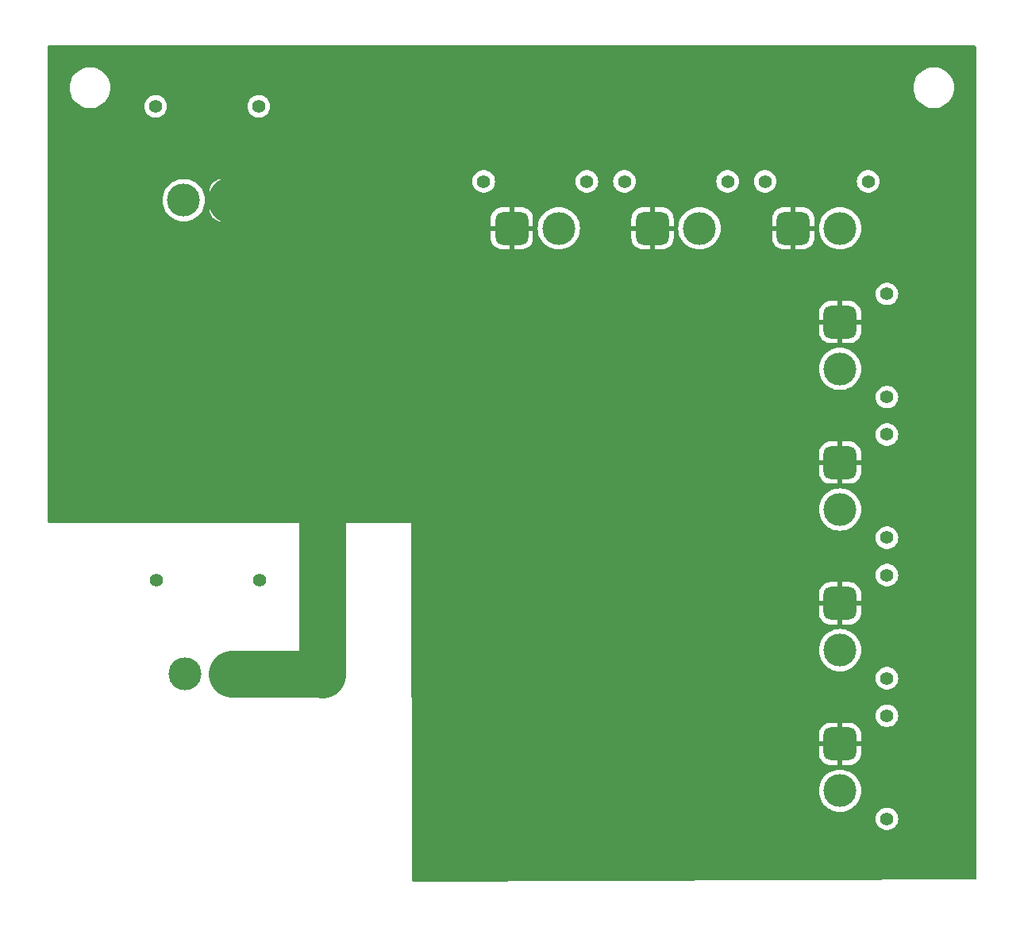
<source format=gbr>
%TF.GenerationSoftware,KiCad,Pcbnew,8.0.8-8.0.8-0~ubuntu24.04.1*%
%TF.CreationDate,2025-02-07T22:56:00+09:00*%
%TF.ProjectId,PowerDivider,506f7765-7244-4697-9669-6465722e6b69,rev?*%
%TF.SameCoordinates,Original*%
%TF.FileFunction,Copper,L2,Bot*%
%TF.FilePolarity,Positive*%
%FSLAX46Y46*%
G04 Gerber Fmt 4.6, Leading zero omitted, Abs format (unit mm)*
G04 Created by KiCad (PCBNEW 8.0.8-8.0.8-0~ubuntu24.04.1) date 2025-02-07 22:56:00*
%MOMM*%
%LPD*%
G01*
G04 APERTURE LIST*
G04 Aperture macros list*
%AMRoundRect*
0 Rectangle with rounded corners*
0 $1 Rounding radius*
0 $2 $3 $4 $5 $6 $7 $8 $9 X,Y pos of 4 corners*
0 Add a 4 corners polygon primitive as box body*
4,1,4,$2,$3,$4,$5,$6,$7,$8,$9,$2,$3,0*
0 Add four circle primitives for the rounded corners*
1,1,$1+$1,$2,$3*
1,1,$1+$1,$4,$5*
1,1,$1+$1,$6,$7*
1,1,$1+$1,$8,$9*
0 Add four rect primitives between the rounded corners*
20,1,$1+$1,$2,$3,$4,$5,0*
20,1,$1+$1,$4,$5,$6,$7,0*
20,1,$1+$1,$6,$7,$8,$9,0*
20,1,$1+$1,$8,$9,$2,$3,0*%
G04 Aperture macros list end*
%TA.AperFunction,ComponentPad*%
%ADD10C,1.400000*%
%TD*%
%TA.AperFunction,ComponentPad*%
%ADD11RoundRect,0.770000X-0.980000X-0.980000X0.980000X-0.980000X0.980000X0.980000X-0.980000X0.980000X0*%
%TD*%
%TA.AperFunction,ComponentPad*%
%ADD12C,3.500000*%
%TD*%
%TA.AperFunction,ComponentPad*%
%ADD13RoundRect,0.770000X-0.980000X0.980000X-0.980000X-0.980000X0.980000X-0.980000X0.980000X0.980000X0*%
%TD*%
%TA.AperFunction,Conductor*%
%ADD14C,5.000000*%
%TD*%
G04 APERTURE END LIST*
D10*
%TO.P,J3,*%
%TO.N,*%
X162000000Y-65000000D03*
X173000000Y-65000000D03*
D11*
%TO.P,J3,1,Pin_1*%
%TO.N,GND*%
X165000000Y-70000000D03*
D12*
%TO.P,J3,2,Pin_2*%
%TO.N,HIGH*%
X170000000Y-70000000D03*
%TD*%
D10*
%TO.P,J2,*%
%TO.N,*%
X147000000Y-65000000D03*
X158000000Y-65000000D03*
D11*
%TO.P,J2,1,Pin_1*%
%TO.N,GND*%
X150000000Y-70000000D03*
D12*
%TO.P,J2,2,Pin_2*%
%TO.N,HIGH*%
X155000000Y-70000000D03*
%TD*%
D10*
%TO.P,J9,*%
%TO.N,*%
X112100000Y-107525000D03*
X123100000Y-107525000D03*
D11*
%TO.P,J9,1,Pin_1*%
%TO.N,GND*%
X120100000Y-117525000D03*
D12*
%TO.P,J9,2,Pin_2*%
%TO.N,HIGH*%
X115100000Y-117525000D03*
%TD*%
D10*
%TO.P,J7,*%
%TO.N,*%
X190000000Y-107000000D03*
X190000000Y-118000000D03*
D13*
%TO.P,J7,1,Pin_1*%
%TO.N,GND*%
X185000000Y-110000000D03*
D12*
%TO.P,J7,2,Pin_2*%
%TO.N,HIGH*%
X185000000Y-115000000D03*
%TD*%
D10*
%TO.P,J1,*%
%TO.N,*%
X112000000Y-57000000D03*
X123000000Y-57000000D03*
D11*
%TO.P,J1,1,Pin_1*%
%TO.N,GND*%
X120000000Y-67000000D03*
D12*
%TO.P,J1,2,Pin_2*%
%TO.N,HIGH*%
X115000000Y-67000000D03*
%TD*%
D10*
%TO.P,J8,*%
%TO.N,*%
X190000000Y-122000000D03*
X190000000Y-133000000D03*
D13*
%TO.P,J8,1,Pin_1*%
%TO.N,GND*%
X185000000Y-125000000D03*
D12*
%TO.P,J8,2,Pin_2*%
%TO.N,HIGH*%
X185000000Y-130000000D03*
%TD*%
D10*
%TO.P,J4,*%
%TO.N,*%
X177000000Y-65000000D03*
X188000000Y-65000000D03*
D11*
%TO.P,J4,1,Pin_1*%
%TO.N,GND*%
X180000000Y-70000000D03*
D12*
%TO.P,J4,2,Pin_2*%
%TO.N,HIGH*%
X185000000Y-70000000D03*
%TD*%
D10*
%TO.P,J5,*%
%TO.N,*%
X190000000Y-77000000D03*
X190000000Y-88000000D03*
D13*
%TO.P,J5,1,Pin_1*%
%TO.N,GND*%
X185000000Y-80000000D03*
D12*
%TO.P,J5,2,Pin_2*%
%TO.N,HIGH*%
X185000000Y-85000000D03*
%TD*%
D10*
%TO.P,J6,*%
%TO.N,*%
X190000000Y-92000000D03*
X190000000Y-103000000D03*
D13*
%TO.P,J6,1,Pin_1*%
%TO.N,GND*%
X185000000Y-95000000D03*
D12*
%TO.P,J6,2,Pin_2*%
%TO.N,HIGH*%
X185000000Y-100000000D03*
%TD*%
D14*
%TO.N,GND*%
X129750000Y-67400000D02*
X129250000Y-66900000D01*
X120100000Y-117525000D02*
X129625000Y-117525000D01*
X129625000Y-117525000D02*
X129750000Y-117650000D01*
X129150000Y-67000000D02*
X120000000Y-67000000D01*
X129250000Y-66900000D02*
X129150000Y-67000000D01*
X129750000Y-117650000D02*
X129750000Y-67400000D01*
%TD*%
%TA.AperFunction,Conductor*%
%TO.N,GND*%
G36*
X199442539Y-50520185D02*
G01*
X199488294Y-50572989D01*
X199499500Y-50624500D01*
X199499500Y-101458173D01*
X186720158Y-101451767D01*
X186789273Y-101372957D01*
X186953172Y-101127665D01*
X187083652Y-100863077D01*
X187178481Y-100583722D01*
X187236034Y-100294380D01*
X187255329Y-100000000D01*
X187255329Y-99999992D01*
X187236035Y-99705636D01*
X187236034Y-99705620D01*
X187178481Y-99416278D01*
X187083652Y-99136923D01*
X186953172Y-98872336D01*
X186789273Y-98627043D01*
X186746655Y-98578447D01*
X186594758Y-98405241D01*
X186372955Y-98210725D01*
X186127667Y-98046829D01*
X186127660Y-98046825D01*
X185863080Y-97916349D01*
X185583730Y-97821521D01*
X185583724Y-97821519D01*
X185583722Y-97821519D01*
X185294380Y-97763966D01*
X185294373Y-97763965D01*
X185294363Y-97763964D01*
X185000007Y-97744671D01*
X184999993Y-97744671D01*
X184705636Y-97763964D01*
X184705624Y-97763965D01*
X184705620Y-97763966D01*
X184705612Y-97763967D01*
X184705609Y-97763968D01*
X184416283Y-97821518D01*
X184416269Y-97821521D01*
X184136919Y-97916349D01*
X183872334Y-98046828D01*
X183627041Y-98210728D01*
X183405241Y-98405241D01*
X183210728Y-98627041D01*
X183046828Y-98872334D01*
X182916349Y-99136919D01*
X182821521Y-99416269D01*
X182821518Y-99416283D01*
X182763968Y-99705609D01*
X182763964Y-99705636D01*
X182744671Y-99999992D01*
X182744671Y-100000007D01*
X182763964Y-100294363D01*
X182763965Y-100294373D01*
X182763966Y-100294380D01*
X182763968Y-100294390D01*
X182821518Y-100583716D01*
X182821521Y-100583730D01*
X182916349Y-100863080D01*
X183046825Y-101127660D01*
X183046829Y-101127667D01*
X183210725Y-101372955D01*
X183278329Y-101450042D01*
X139250570Y-101427974D01*
X100624438Y-101408612D01*
X100557408Y-101388894D01*
X100511680Y-101336067D01*
X100500500Y-101284612D01*
X100500500Y-93954773D01*
X182750000Y-93954773D01*
X182750000Y-94750000D01*
X184081116Y-94750000D01*
X184050000Y-94906433D01*
X184050000Y-95093567D01*
X184081116Y-95250000D01*
X182750001Y-95250000D01*
X182750001Y-96045227D01*
X182760566Y-96179474D01*
X182816423Y-96401152D01*
X182910962Y-96609287D01*
X182910967Y-96609296D01*
X183041151Y-96797203D01*
X183202796Y-96958848D01*
X183390703Y-97089032D01*
X183390712Y-97089037D01*
X183598847Y-97183576D01*
X183820525Y-97239433D01*
X183954780Y-97249999D01*
X184749999Y-97249999D01*
X184750000Y-97249998D01*
X184750000Y-95918883D01*
X184906433Y-95950000D01*
X185093567Y-95950000D01*
X185250000Y-95918883D01*
X185250000Y-97249999D01*
X186045212Y-97249999D01*
X186045227Y-97249998D01*
X186179474Y-97239433D01*
X186401152Y-97183576D01*
X186609287Y-97089037D01*
X186609296Y-97089032D01*
X186797203Y-96958848D01*
X186958848Y-96797203D01*
X187089032Y-96609296D01*
X187089037Y-96609287D01*
X187183576Y-96401152D01*
X187239433Y-96179474D01*
X187249999Y-96045226D01*
X187250000Y-96045213D01*
X187250000Y-95250000D01*
X185918884Y-95250000D01*
X185950000Y-95093567D01*
X185950000Y-94906433D01*
X185918884Y-94750000D01*
X187249999Y-94750000D01*
X187249999Y-93954787D01*
X187249998Y-93954772D01*
X187239433Y-93820525D01*
X187183576Y-93598847D01*
X187089037Y-93390712D01*
X187089032Y-93390703D01*
X186958848Y-93202796D01*
X186797203Y-93041151D01*
X186609296Y-92910967D01*
X186609287Y-92910962D01*
X186401152Y-92816423D01*
X186179474Y-92760566D01*
X186045226Y-92750000D01*
X185250000Y-92750000D01*
X185250000Y-94081116D01*
X185093567Y-94050000D01*
X184906433Y-94050000D01*
X184750000Y-94081116D01*
X184750000Y-92750000D01*
X183954787Y-92750000D01*
X183954772Y-92750001D01*
X183820525Y-92760566D01*
X183598847Y-92816423D01*
X183390712Y-92910962D01*
X183390703Y-92910967D01*
X183202796Y-93041151D01*
X183041151Y-93202796D01*
X182910967Y-93390703D01*
X182910962Y-93390712D01*
X182816423Y-93598847D01*
X182760566Y-93820525D01*
X182750000Y-93954773D01*
X100500500Y-93954773D01*
X100500500Y-91999999D01*
X188794357Y-91999999D01*
X188794357Y-92000000D01*
X188814884Y-92221535D01*
X188814885Y-92221537D01*
X188875769Y-92435523D01*
X188875775Y-92435538D01*
X188974938Y-92634683D01*
X188974943Y-92634691D01*
X189109020Y-92812238D01*
X189273437Y-92962123D01*
X189273439Y-92962125D01*
X189462595Y-93079245D01*
X189462596Y-93079245D01*
X189462599Y-93079247D01*
X189670060Y-93159618D01*
X189888757Y-93200500D01*
X189888759Y-93200500D01*
X190111241Y-93200500D01*
X190111243Y-93200500D01*
X190329940Y-93159618D01*
X190537401Y-93079247D01*
X190726562Y-92962124D01*
X190890981Y-92812236D01*
X191025058Y-92634689D01*
X191124229Y-92435528D01*
X191185115Y-92221536D01*
X191205643Y-92000000D01*
X191185115Y-91778464D01*
X191124229Y-91564472D01*
X191124224Y-91564461D01*
X191025061Y-91365316D01*
X191025056Y-91365308D01*
X190890979Y-91187761D01*
X190726562Y-91037876D01*
X190726560Y-91037874D01*
X190537404Y-90920754D01*
X190537398Y-90920752D01*
X190329940Y-90840382D01*
X190111243Y-90799500D01*
X189888757Y-90799500D01*
X189670060Y-90840382D01*
X189538864Y-90891207D01*
X189462601Y-90920752D01*
X189462595Y-90920754D01*
X189273439Y-91037874D01*
X189273437Y-91037876D01*
X189109020Y-91187761D01*
X188974943Y-91365308D01*
X188974938Y-91365316D01*
X188875775Y-91564461D01*
X188875769Y-91564476D01*
X188814885Y-91778462D01*
X188814884Y-91778464D01*
X188794357Y-91999999D01*
X100500500Y-91999999D01*
X100500500Y-87999999D01*
X188794357Y-87999999D01*
X188794357Y-88000000D01*
X188814884Y-88221535D01*
X188814885Y-88221537D01*
X188875769Y-88435523D01*
X188875775Y-88435538D01*
X188974938Y-88634683D01*
X188974943Y-88634691D01*
X189109020Y-88812238D01*
X189273437Y-88962123D01*
X189273439Y-88962125D01*
X189462595Y-89079245D01*
X189462596Y-89079245D01*
X189462599Y-89079247D01*
X189670060Y-89159618D01*
X189888757Y-89200500D01*
X189888759Y-89200500D01*
X190111241Y-89200500D01*
X190111243Y-89200500D01*
X190329940Y-89159618D01*
X190537401Y-89079247D01*
X190726562Y-88962124D01*
X190890981Y-88812236D01*
X191025058Y-88634689D01*
X191124229Y-88435528D01*
X191185115Y-88221536D01*
X191205643Y-88000000D01*
X191185115Y-87778464D01*
X191124229Y-87564472D01*
X191124224Y-87564461D01*
X191025061Y-87365316D01*
X191025056Y-87365308D01*
X190890979Y-87187761D01*
X190726562Y-87037876D01*
X190726560Y-87037874D01*
X190537404Y-86920754D01*
X190537398Y-86920752D01*
X190329940Y-86840382D01*
X190111243Y-86799500D01*
X189888757Y-86799500D01*
X189670060Y-86840382D01*
X189538864Y-86891207D01*
X189462601Y-86920752D01*
X189462595Y-86920754D01*
X189273439Y-87037874D01*
X189273437Y-87037876D01*
X189109020Y-87187761D01*
X188974943Y-87365308D01*
X188974938Y-87365316D01*
X188875775Y-87564461D01*
X188875769Y-87564476D01*
X188814885Y-87778462D01*
X188814884Y-87778464D01*
X188794357Y-87999999D01*
X100500500Y-87999999D01*
X100500500Y-84999992D01*
X182744671Y-84999992D01*
X182744671Y-85000007D01*
X182763964Y-85294363D01*
X182763965Y-85294373D01*
X182763966Y-85294380D01*
X182763968Y-85294390D01*
X182821518Y-85583716D01*
X182821521Y-85583730D01*
X182916349Y-85863080D01*
X183046825Y-86127660D01*
X183046829Y-86127667D01*
X183210725Y-86372955D01*
X183405241Y-86594758D01*
X183627044Y-86789274D01*
X183823818Y-86920754D01*
X183872335Y-86953172D01*
X184136923Y-87083652D01*
X184416278Y-87178481D01*
X184705620Y-87236034D01*
X184733888Y-87237886D01*
X184999993Y-87255329D01*
X185000000Y-87255329D01*
X185000007Y-87255329D01*
X185235675Y-87239881D01*
X185294380Y-87236034D01*
X185583722Y-87178481D01*
X185863077Y-87083652D01*
X186127665Y-86953172D01*
X186372957Y-86789273D01*
X186594758Y-86594758D01*
X186789273Y-86372957D01*
X186953172Y-86127665D01*
X187083652Y-85863077D01*
X187178481Y-85583722D01*
X187236034Y-85294380D01*
X187255329Y-85000000D01*
X187255329Y-84999992D01*
X187236035Y-84705636D01*
X187236034Y-84705620D01*
X187178481Y-84416278D01*
X187083652Y-84136923D01*
X186953172Y-83872336D01*
X186789273Y-83627043D01*
X186746655Y-83578447D01*
X186594758Y-83405241D01*
X186372955Y-83210725D01*
X186127667Y-83046829D01*
X186127660Y-83046825D01*
X185863080Y-82916349D01*
X185583730Y-82821521D01*
X185583724Y-82821519D01*
X185583722Y-82821519D01*
X185294380Y-82763966D01*
X185294373Y-82763965D01*
X185294363Y-82763964D01*
X185000007Y-82744671D01*
X184999993Y-82744671D01*
X184705636Y-82763964D01*
X184705624Y-82763965D01*
X184705620Y-82763966D01*
X184705612Y-82763967D01*
X184705609Y-82763968D01*
X184416283Y-82821518D01*
X184416269Y-82821521D01*
X184136919Y-82916349D01*
X183872334Y-83046828D01*
X183627041Y-83210728D01*
X183405241Y-83405241D01*
X183210728Y-83627041D01*
X183046828Y-83872334D01*
X182916349Y-84136919D01*
X182821521Y-84416269D01*
X182821518Y-84416283D01*
X182763968Y-84705609D01*
X182763964Y-84705636D01*
X182744671Y-84999992D01*
X100500500Y-84999992D01*
X100500500Y-78954773D01*
X182750000Y-78954773D01*
X182750000Y-79750000D01*
X184081116Y-79750000D01*
X184050000Y-79906433D01*
X184050000Y-80093567D01*
X184081116Y-80250000D01*
X182750001Y-80250000D01*
X182750001Y-81045227D01*
X182760566Y-81179474D01*
X182816423Y-81401152D01*
X182910962Y-81609287D01*
X182910967Y-81609296D01*
X183041151Y-81797203D01*
X183202796Y-81958848D01*
X183390703Y-82089032D01*
X183390712Y-82089037D01*
X183598847Y-82183576D01*
X183820525Y-82239433D01*
X183954780Y-82249999D01*
X184749999Y-82249999D01*
X184750000Y-82249998D01*
X184750000Y-80918883D01*
X184906433Y-80950000D01*
X185093567Y-80950000D01*
X185250000Y-80918883D01*
X185250000Y-82249999D01*
X186045212Y-82249999D01*
X186045227Y-82249998D01*
X186179474Y-82239433D01*
X186401152Y-82183576D01*
X186609287Y-82089037D01*
X186609296Y-82089032D01*
X186797203Y-81958848D01*
X186958848Y-81797203D01*
X187089032Y-81609296D01*
X187089037Y-81609287D01*
X187183576Y-81401152D01*
X187239433Y-81179474D01*
X187249999Y-81045226D01*
X187250000Y-81045213D01*
X187250000Y-80250000D01*
X185918884Y-80250000D01*
X185950000Y-80093567D01*
X185950000Y-79906433D01*
X185918884Y-79750000D01*
X187249999Y-79750000D01*
X187249999Y-78954787D01*
X187249998Y-78954772D01*
X187239433Y-78820525D01*
X187183576Y-78598847D01*
X187089037Y-78390712D01*
X187089032Y-78390703D01*
X186958848Y-78202796D01*
X186797203Y-78041151D01*
X186609296Y-77910967D01*
X186609287Y-77910962D01*
X186401152Y-77816423D01*
X186179474Y-77760566D01*
X186045226Y-77750000D01*
X185250000Y-77750000D01*
X185250000Y-79081116D01*
X185093567Y-79050000D01*
X184906433Y-79050000D01*
X184750000Y-79081116D01*
X184750000Y-77750000D01*
X183954787Y-77750000D01*
X183954772Y-77750001D01*
X183820525Y-77760566D01*
X183598847Y-77816423D01*
X183390712Y-77910962D01*
X183390703Y-77910967D01*
X183202796Y-78041151D01*
X183041151Y-78202796D01*
X182910967Y-78390703D01*
X182910962Y-78390712D01*
X182816423Y-78598847D01*
X182760566Y-78820525D01*
X182750000Y-78954773D01*
X100500500Y-78954773D01*
X100500500Y-76999999D01*
X188794357Y-76999999D01*
X188794357Y-77000000D01*
X188814884Y-77221535D01*
X188814885Y-77221537D01*
X188875769Y-77435523D01*
X188875775Y-77435538D01*
X188974938Y-77634683D01*
X188974943Y-77634691D01*
X189109020Y-77812238D01*
X189273437Y-77962123D01*
X189273439Y-77962125D01*
X189462595Y-78079245D01*
X189462596Y-78079245D01*
X189462599Y-78079247D01*
X189670060Y-78159618D01*
X189888757Y-78200500D01*
X189888759Y-78200500D01*
X190111241Y-78200500D01*
X190111243Y-78200500D01*
X190329940Y-78159618D01*
X190537401Y-78079247D01*
X190726562Y-77962124D01*
X190890981Y-77812236D01*
X191025058Y-77634689D01*
X191124229Y-77435528D01*
X191185115Y-77221536D01*
X191205643Y-77000000D01*
X191185115Y-76778464D01*
X191124229Y-76564472D01*
X191124224Y-76564461D01*
X191025061Y-76365316D01*
X191025056Y-76365308D01*
X190890979Y-76187761D01*
X190726562Y-76037876D01*
X190726560Y-76037874D01*
X190537404Y-75920754D01*
X190537398Y-75920752D01*
X190329940Y-75840382D01*
X190111243Y-75799500D01*
X189888757Y-75799500D01*
X189670060Y-75840382D01*
X189538864Y-75891207D01*
X189462601Y-75920752D01*
X189462595Y-75920754D01*
X189273439Y-76037874D01*
X189273437Y-76037876D01*
X189109020Y-76187761D01*
X188974943Y-76365308D01*
X188974938Y-76365316D01*
X188875775Y-76564461D01*
X188875769Y-76564476D01*
X188814885Y-76778462D01*
X188814884Y-76778464D01*
X188794357Y-76999999D01*
X100500500Y-76999999D01*
X100500500Y-66999992D01*
X112744671Y-66999992D01*
X112744671Y-67000007D01*
X112763964Y-67294363D01*
X112763965Y-67294373D01*
X112763966Y-67294380D01*
X112763968Y-67294390D01*
X112821518Y-67583716D01*
X112821521Y-67583730D01*
X112916349Y-67863080D01*
X113046825Y-68127660D01*
X113046829Y-68127667D01*
X113210725Y-68372955D01*
X113405241Y-68594758D01*
X113627044Y-68789274D01*
X113872332Y-68953170D01*
X113872339Y-68953174D01*
X113875610Y-68954787D01*
X114136923Y-69083652D01*
X114416278Y-69178481D01*
X114705620Y-69236034D01*
X114733888Y-69237886D01*
X114999993Y-69255329D01*
X115000000Y-69255329D01*
X115000007Y-69255329D01*
X115242522Y-69239433D01*
X115294380Y-69236034D01*
X115583722Y-69178481D01*
X115863077Y-69083652D01*
X116127665Y-68953172D01*
X116372957Y-68789273D01*
X116594758Y-68594758D01*
X116789273Y-68372957D01*
X116953172Y-68127665D01*
X117083652Y-67863077D01*
X117178481Y-67583722D01*
X117236034Y-67294380D01*
X117255329Y-67000000D01*
X117255329Y-66999992D01*
X117236035Y-66705636D01*
X117236034Y-66705620D01*
X117178481Y-66416278D01*
X117083652Y-66136923D01*
X116993825Y-65954773D01*
X117750000Y-65954773D01*
X117750000Y-66750000D01*
X119081116Y-66750000D01*
X119050000Y-66906433D01*
X119050000Y-67093567D01*
X119081116Y-67250000D01*
X117750001Y-67250000D01*
X117750001Y-68045227D01*
X117760566Y-68179474D01*
X117816423Y-68401152D01*
X117910962Y-68609287D01*
X117910967Y-68609296D01*
X118041151Y-68797203D01*
X118202796Y-68958848D01*
X118390703Y-69089032D01*
X118390712Y-69089037D01*
X118598847Y-69183576D01*
X118820525Y-69239433D01*
X118954780Y-69249999D01*
X119749999Y-69249999D01*
X119750000Y-69249998D01*
X119750000Y-67918883D01*
X119906433Y-67950000D01*
X120093567Y-67950000D01*
X120250000Y-67918883D01*
X120250000Y-69249999D01*
X121045212Y-69249999D01*
X121045227Y-69249998D01*
X121179474Y-69239433D01*
X121401152Y-69183576D01*
X121609287Y-69089037D01*
X121609296Y-69089032D01*
X121797203Y-68958848D01*
X121801278Y-68954773D01*
X147750000Y-68954773D01*
X147750000Y-69750000D01*
X149081116Y-69750000D01*
X149050000Y-69906433D01*
X149050000Y-70093567D01*
X149081116Y-70250000D01*
X147750001Y-70250000D01*
X147750001Y-71045227D01*
X147760566Y-71179474D01*
X147816423Y-71401152D01*
X147910962Y-71609287D01*
X147910967Y-71609296D01*
X148041151Y-71797203D01*
X148202796Y-71958848D01*
X148390703Y-72089032D01*
X148390712Y-72089037D01*
X148598847Y-72183576D01*
X148820525Y-72239433D01*
X148954780Y-72249999D01*
X149749999Y-72249999D01*
X149750000Y-72249998D01*
X149750000Y-70918883D01*
X149906433Y-70950000D01*
X150093567Y-70950000D01*
X150250000Y-70918883D01*
X150250000Y-72249999D01*
X151045212Y-72249999D01*
X151045227Y-72249998D01*
X151179474Y-72239433D01*
X151401152Y-72183576D01*
X151609287Y-72089037D01*
X151609296Y-72089032D01*
X151797203Y-71958848D01*
X151958848Y-71797203D01*
X152089032Y-71609296D01*
X152089037Y-71609287D01*
X152183576Y-71401152D01*
X152239433Y-71179474D01*
X152249999Y-71045226D01*
X152250000Y-71045213D01*
X152250000Y-70250000D01*
X150918884Y-70250000D01*
X150950000Y-70093567D01*
X150950000Y-69999992D01*
X152744671Y-69999992D01*
X152744671Y-70000007D01*
X152763964Y-70294363D01*
X152763965Y-70294373D01*
X152763966Y-70294380D01*
X152763968Y-70294390D01*
X152821518Y-70583716D01*
X152821521Y-70583730D01*
X152916349Y-70863080D01*
X153046825Y-71127660D01*
X153046829Y-71127667D01*
X153210725Y-71372955D01*
X153405241Y-71594758D01*
X153627043Y-71789273D01*
X153872335Y-71953172D01*
X154136923Y-72083652D01*
X154416278Y-72178481D01*
X154705620Y-72236034D01*
X154733888Y-72237886D01*
X154999993Y-72255329D01*
X155000000Y-72255329D01*
X155000007Y-72255329D01*
X155242522Y-72239433D01*
X155294380Y-72236034D01*
X155583722Y-72178481D01*
X155863077Y-72083652D01*
X156127665Y-71953172D01*
X156372957Y-71789273D01*
X156594758Y-71594758D01*
X156789273Y-71372957D01*
X156953172Y-71127665D01*
X157083652Y-70863077D01*
X157178481Y-70583722D01*
X157236034Y-70294380D01*
X157255329Y-70000000D01*
X157255329Y-69999992D01*
X157236035Y-69705636D01*
X157236034Y-69705620D01*
X157178481Y-69416278D01*
X157083652Y-69136923D01*
X156993825Y-68954773D01*
X162750000Y-68954773D01*
X162750000Y-69750000D01*
X164081116Y-69750000D01*
X164050000Y-69906433D01*
X164050000Y-70093567D01*
X164081116Y-70250000D01*
X162750001Y-70250000D01*
X162750001Y-71045227D01*
X162760566Y-71179474D01*
X162816423Y-71401152D01*
X162910962Y-71609287D01*
X162910967Y-71609296D01*
X163041151Y-71797203D01*
X163202796Y-71958848D01*
X163390703Y-72089032D01*
X163390712Y-72089037D01*
X163598847Y-72183576D01*
X163820525Y-72239433D01*
X163954780Y-72249999D01*
X164749999Y-72249999D01*
X164750000Y-72249998D01*
X164750000Y-70918883D01*
X164906433Y-70950000D01*
X165093567Y-70950000D01*
X165250000Y-70918883D01*
X165250000Y-72249999D01*
X166045212Y-72249999D01*
X166045227Y-72249998D01*
X166179474Y-72239433D01*
X166401152Y-72183576D01*
X166609287Y-72089037D01*
X166609296Y-72089032D01*
X166797203Y-71958848D01*
X166958848Y-71797203D01*
X167089032Y-71609296D01*
X167089037Y-71609287D01*
X167183576Y-71401152D01*
X167239433Y-71179474D01*
X167249999Y-71045226D01*
X167250000Y-71045213D01*
X167250000Y-70250000D01*
X165918884Y-70250000D01*
X165950000Y-70093567D01*
X165950000Y-69999992D01*
X167744671Y-69999992D01*
X167744671Y-70000007D01*
X167763964Y-70294363D01*
X167763965Y-70294373D01*
X167763966Y-70294380D01*
X167763968Y-70294390D01*
X167821518Y-70583716D01*
X167821521Y-70583730D01*
X167916349Y-70863080D01*
X168046825Y-71127660D01*
X168046829Y-71127667D01*
X168210725Y-71372955D01*
X168405241Y-71594758D01*
X168627043Y-71789273D01*
X168872335Y-71953172D01*
X169136923Y-72083652D01*
X169416278Y-72178481D01*
X169705620Y-72236034D01*
X169733888Y-72237886D01*
X169999993Y-72255329D01*
X170000000Y-72255329D01*
X170000007Y-72255329D01*
X170242522Y-72239433D01*
X170294380Y-72236034D01*
X170583722Y-72178481D01*
X170863077Y-72083652D01*
X171127665Y-71953172D01*
X171372957Y-71789273D01*
X171594758Y-71594758D01*
X171789273Y-71372957D01*
X171953172Y-71127665D01*
X172083652Y-70863077D01*
X172178481Y-70583722D01*
X172236034Y-70294380D01*
X172255329Y-70000000D01*
X172255329Y-69999992D01*
X172236035Y-69705636D01*
X172236034Y-69705620D01*
X172178481Y-69416278D01*
X172083652Y-69136923D01*
X171993825Y-68954773D01*
X177750000Y-68954773D01*
X177750000Y-69750000D01*
X179081116Y-69750000D01*
X179050000Y-69906433D01*
X179050000Y-70093567D01*
X179081116Y-70250000D01*
X177750001Y-70250000D01*
X177750001Y-71045227D01*
X177760566Y-71179474D01*
X177816423Y-71401152D01*
X177910962Y-71609287D01*
X177910967Y-71609296D01*
X178041151Y-71797203D01*
X178202796Y-71958848D01*
X178390703Y-72089032D01*
X178390712Y-72089037D01*
X178598847Y-72183576D01*
X178820525Y-72239433D01*
X178954780Y-72249999D01*
X179749999Y-72249999D01*
X179750000Y-72249998D01*
X179750000Y-70918883D01*
X179906433Y-70950000D01*
X180093567Y-70950000D01*
X180250000Y-70918883D01*
X180250000Y-72249999D01*
X181045212Y-72249999D01*
X181045227Y-72249998D01*
X181179474Y-72239433D01*
X181401152Y-72183576D01*
X181609287Y-72089037D01*
X181609296Y-72089032D01*
X181797203Y-71958848D01*
X181958848Y-71797203D01*
X182089032Y-71609296D01*
X182089037Y-71609287D01*
X182183576Y-71401152D01*
X182239433Y-71179474D01*
X182249999Y-71045226D01*
X182250000Y-71045213D01*
X182250000Y-70250000D01*
X180918884Y-70250000D01*
X180950000Y-70093567D01*
X180950000Y-69999992D01*
X182744671Y-69999992D01*
X182744671Y-70000007D01*
X182763964Y-70294363D01*
X182763965Y-70294373D01*
X182763966Y-70294380D01*
X182763968Y-70294390D01*
X182821518Y-70583716D01*
X182821521Y-70583730D01*
X182916349Y-70863080D01*
X183046825Y-71127660D01*
X183046829Y-71127667D01*
X183210725Y-71372955D01*
X183405241Y-71594758D01*
X183627043Y-71789273D01*
X183872335Y-71953172D01*
X184136923Y-72083652D01*
X184416278Y-72178481D01*
X184705620Y-72236034D01*
X184733888Y-72237886D01*
X184999993Y-72255329D01*
X185000000Y-72255329D01*
X185000007Y-72255329D01*
X185242522Y-72239433D01*
X185294380Y-72236034D01*
X185583722Y-72178481D01*
X185863077Y-72083652D01*
X186127665Y-71953172D01*
X186372957Y-71789273D01*
X186594758Y-71594758D01*
X186789273Y-71372957D01*
X186953172Y-71127665D01*
X187083652Y-70863077D01*
X187178481Y-70583722D01*
X187236034Y-70294380D01*
X187255329Y-70000000D01*
X187255329Y-69999992D01*
X187236035Y-69705636D01*
X187236034Y-69705620D01*
X187178481Y-69416278D01*
X187083652Y-69136923D01*
X186953172Y-68872336D01*
X186789273Y-68627043D01*
X186746655Y-68578447D01*
X186594758Y-68405241D01*
X186372955Y-68210725D01*
X186127667Y-68046829D01*
X186127660Y-68046825D01*
X185863080Y-67916349D01*
X185583730Y-67821521D01*
X185583724Y-67821519D01*
X185583722Y-67821519D01*
X185294380Y-67763966D01*
X185294373Y-67763965D01*
X185294363Y-67763964D01*
X185000007Y-67744671D01*
X184999993Y-67744671D01*
X184705636Y-67763964D01*
X184705624Y-67763965D01*
X184705620Y-67763966D01*
X184705612Y-67763967D01*
X184705609Y-67763968D01*
X184416283Y-67821518D01*
X184416269Y-67821521D01*
X184136919Y-67916349D01*
X183872334Y-68046828D01*
X183627041Y-68210728D01*
X183405241Y-68405241D01*
X183210728Y-68627041D01*
X183046828Y-68872334D01*
X182916349Y-69136919D01*
X182821521Y-69416269D01*
X182821518Y-69416283D01*
X182763968Y-69705609D01*
X182763964Y-69705636D01*
X182744671Y-69999992D01*
X180950000Y-69999992D01*
X180950000Y-69906433D01*
X180918884Y-69750000D01*
X182249999Y-69750000D01*
X182249999Y-68954787D01*
X182249998Y-68954772D01*
X182239433Y-68820525D01*
X182183576Y-68598847D01*
X182089037Y-68390712D01*
X182089032Y-68390703D01*
X181958848Y-68202796D01*
X181797203Y-68041151D01*
X181609296Y-67910967D01*
X181609287Y-67910962D01*
X181401152Y-67816423D01*
X181179474Y-67760566D01*
X181045226Y-67750000D01*
X180250000Y-67750000D01*
X180250000Y-69081116D01*
X180093567Y-69050000D01*
X179906433Y-69050000D01*
X179750000Y-69081116D01*
X179750000Y-67750000D01*
X178954787Y-67750000D01*
X178954772Y-67750001D01*
X178820525Y-67760566D01*
X178598847Y-67816423D01*
X178390712Y-67910962D01*
X178390703Y-67910967D01*
X178202796Y-68041151D01*
X178041151Y-68202796D01*
X177910967Y-68390703D01*
X177910962Y-68390712D01*
X177816423Y-68598847D01*
X177760566Y-68820525D01*
X177750000Y-68954773D01*
X171993825Y-68954773D01*
X171953172Y-68872336D01*
X171789273Y-68627043D01*
X171746655Y-68578447D01*
X171594758Y-68405241D01*
X171372955Y-68210725D01*
X171127667Y-68046829D01*
X171127660Y-68046825D01*
X170863080Y-67916349D01*
X170583730Y-67821521D01*
X170583724Y-67821519D01*
X170583722Y-67821519D01*
X170294380Y-67763966D01*
X170294373Y-67763965D01*
X170294363Y-67763964D01*
X170000007Y-67744671D01*
X169999993Y-67744671D01*
X169705636Y-67763964D01*
X169705624Y-67763965D01*
X169705620Y-67763966D01*
X169705612Y-67763967D01*
X169705609Y-67763968D01*
X169416283Y-67821518D01*
X169416269Y-67821521D01*
X169136919Y-67916349D01*
X168872334Y-68046828D01*
X168627041Y-68210728D01*
X168405241Y-68405241D01*
X168210728Y-68627041D01*
X168046828Y-68872334D01*
X167916349Y-69136919D01*
X167821521Y-69416269D01*
X167821518Y-69416283D01*
X167763968Y-69705609D01*
X167763964Y-69705636D01*
X167744671Y-69999992D01*
X165950000Y-69999992D01*
X165950000Y-69906433D01*
X165918884Y-69750000D01*
X167249999Y-69750000D01*
X167249999Y-68954787D01*
X167249998Y-68954772D01*
X167239433Y-68820525D01*
X167183576Y-68598847D01*
X167089037Y-68390712D01*
X167089032Y-68390703D01*
X166958848Y-68202796D01*
X166797203Y-68041151D01*
X166609296Y-67910967D01*
X166609287Y-67910962D01*
X166401152Y-67816423D01*
X166179474Y-67760566D01*
X166045226Y-67750000D01*
X165250000Y-67750000D01*
X165250000Y-69081116D01*
X165093567Y-69050000D01*
X164906433Y-69050000D01*
X164750000Y-69081116D01*
X164750000Y-67750000D01*
X163954787Y-67750000D01*
X163954772Y-67750001D01*
X163820525Y-67760566D01*
X163598847Y-67816423D01*
X163390712Y-67910962D01*
X163390703Y-67910967D01*
X163202796Y-68041151D01*
X163041151Y-68202796D01*
X162910967Y-68390703D01*
X162910962Y-68390712D01*
X162816423Y-68598847D01*
X162760566Y-68820525D01*
X162750000Y-68954773D01*
X156993825Y-68954773D01*
X156953172Y-68872336D01*
X156789273Y-68627043D01*
X156746655Y-68578447D01*
X156594758Y-68405241D01*
X156372955Y-68210725D01*
X156127667Y-68046829D01*
X156127660Y-68046825D01*
X155863080Y-67916349D01*
X155583730Y-67821521D01*
X155583724Y-67821519D01*
X155583722Y-67821519D01*
X155294380Y-67763966D01*
X155294373Y-67763965D01*
X155294363Y-67763964D01*
X155000007Y-67744671D01*
X154999993Y-67744671D01*
X154705636Y-67763964D01*
X154705624Y-67763965D01*
X154705620Y-67763966D01*
X154705612Y-67763967D01*
X154705609Y-67763968D01*
X154416283Y-67821518D01*
X154416269Y-67821521D01*
X154136919Y-67916349D01*
X153872334Y-68046828D01*
X153627041Y-68210728D01*
X153405241Y-68405241D01*
X153210728Y-68627041D01*
X153046828Y-68872334D01*
X152916349Y-69136919D01*
X152821521Y-69416269D01*
X152821518Y-69416283D01*
X152763968Y-69705609D01*
X152763964Y-69705636D01*
X152744671Y-69999992D01*
X150950000Y-69999992D01*
X150950000Y-69906433D01*
X150918884Y-69750000D01*
X152249999Y-69750000D01*
X152249999Y-68954787D01*
X152249998Y-68954772D01*
X152239433Y-68820525D01*
X152183576Y-68598847D01*
X152089037Y-68390712D01*
X152089032Y-68390703D01*
X151958848Y-68202796D01*
X151797203Y-68041151D01*
X151609296Y-67910967D01*
X151609287Y-67910962D01*
X151401152Y-67816423D01*
X151179474Y-67760566D01*
X151045226Y-67750000D01*
X150250000Y-67750000D01*
X150250000Y-69081116D01*
X150093567Y-69050000D01*
X149906433Y-69050000D01*
X149750000Y-69081116D01*
X149750000Y-67750000D01*
X148954787Y-67750000D01*
X148954772Y-67750001D01*
X148820525Y-67760566D01*
X148598847Y-67816423D01*
X148390712Y-67910962D01*
X148390703Y-67910967D01*
X148202796Y-68041151D01*
X148041151Y-68202796D01*
X147910967Y-68390703D01*
X147910962Y-68390712D01*
X147816423Y-68598847D01*
X147760566Y-68820525D01*
X147750000Y-68954773D01*
X121801278Y-68954773D01*
X121958848Y-68797203D01*
X122089032Y-68609296D01*
X122089037Y-68609287D01*
X122183576Y-68401152D01*
X122239433Y-68179474D01*
X122249999Y-68045226D01*
X122250000Y-68045213D01*
X122250000Y-67250000D01*
X120918884Y-67250000D01*
X120950000Y-67093567D01*
X120950000Y-66906433D01*
X120918884Y-66750000D01*
X122249999Y-66750000D01*
X122249999Y-65954787D01*
X122249998Y-65954772D01*
X122239433Y-65820525D01*
X122183576Y-65598847D01*
X122089037Y-65390712D01*
X122089032Y-65390703D01*
X121958848Y-65202796D01*
X121797203Y-65041151D01*
X121737804Y-64999999D01*
X145794357Y-64999999D01*
X145794357Y-65000000D01*
X145814884Y-65221535D01*
X145814885Y-65221537D01*
X145875769Y-65435523D01*
X145875775Y-65435538D01*
X145974938Y-65634683D01*
X145974943Y-65634691D01*
X146109020Y-65812238D01*
X146273437Y-65962123D01*
X146273439Y-65962125D01*
X146462595Y-66079245D01*
X146462596Y-66079245D01*
X146462599Y-66079247D01*
X146670060Y-66159618D01*
X146888757Y-66200500D01*
X146888759Y-66200500D01*
X147111241Y-66200500D01*
X147111243Y-66200500D01*
X147329940Y-66159618D01*
X147537401Y-66079247D01*
X147726562Y-65962124D01*
X147866282Y-65834751D01*
X147890979Y-65812238D01*
X148025056Y-65634691D01*
X148025058Y-65634689D01*
X148124229Y-65435528D01*
X148185115Y-65221536D01*
X148205643Y-65000000D01*
X148205643Y-64999999D01*
X156794357Y-64999999D01*
X156794357Y-65000000D01*
X156814884Y-65221535D01*
X156814885Y-65221537D01*
X156875769Y-65435523D01*
X156875775Y-65435538D01*
X156974938Y-65634683D01*
X156974943Y-65634691D01*
X157109020Y-65812238D01*
X157273437Y-65962123D01*
X157273439Y-65962125D01*
X157462595Y-66079245D01*
X157462596Y-66079245D01*
X157462599Y-66079247D01*
X157670060Y-66159618D01*
X157888757Y-66200500D01*
X157888759Y-66200500D01*
X158111241Y-66200500D01*
X158111243Y-66200500D01*
X158329940Y-66159618D01*
X158537401Y-66079247D01*
X158726562Y-65962124D01*
X158866282Y-65834751D01*
X158890979Y-65812238D01*
X159025056Y-65634691D01*
X159025058Y-65634689D01*
X159124229Y-65435528D01*
X159185115Y-65221536D01*
X159205643Y-65000000D01*
X159205643Y-64999999D01*
X160794357Y-64999999D01*
X160794357Y-65000000D01*
X160814884Y-65221535D01*
X160814885Y-65221537D01*
X160875769Y-65435523D01*
X160875775Y-65435538D01*
X160974938Y-65634683D01*
X160974943Y-65634691D01*
X161109020Y-65812238D01*
X161273437Y-65962123D01*
X161273439Y-65962125D01*
X161462595Y-66079245D01*
X161462596Y-66079245D01*
X161462599Y-66079247D01*
X161670060Y-66159618D01*
X161888757Y-66200500D01*
X161888759Y-66200500D01*
X162111241Y-66200500D01*
X162111243Y-66200500D01*
X162329940Y-66159618D01*
X162537401Y-66079247D01*
X162726562Y-65962124D01*
X162866282Y-65834751D01*
X162890979Y-65812238D01*
X163025056Y-65634691D01*
X163025058Y-65634689D01*
X163124229Y-65435528D01*
X163185115Y-65221536D01*
X163205643Y-65000000D01*
X163205643Y-64999999D01*
X171794357Y-64999999D01*
X171794357Y-65000000D01*
X171814884Y-65221535D01*
X171814885Y-65221537D01*
X171875769Y-65435523D01*
X171875775Y-65435538D01*
X171974938Y-65634683D01*
X171974943Y-65634691D01*
X172109020Y-65812238D01*
X172273437Y-65962123D01*
X172273439Y-65962125D01*
X172462595Y-66079245D01*
X172462596Y-66079245D01*
X172462599Y-66079247D01*
X172670060Y-66159618D01*
X172888757Y-66200500D01*
X172888759Y-66200500D01*
X173111241Y-66200500D01*
X173111243Y-66200500D01*
X173329940Y-66159618D01*
X173537401Y-66079247D01*
X173726562Y-65962124D01*
X173866282Y-65834751D01*
X173890979Y-65812238D01*
X174025056Y-65634691D01*
X174025058Y-65634689D01*
X174124229Y-65435528D01*
X174185115Y-65221536D01*
X174205643Y-65000000D01*
X174205643Y-64999999D01*
X175794357Y-64999999D01*
X175794357Y-65000000D01*
X175814884Y-65221535D01*
X175814885Y-65221537D01*
X175875769Y-65435523D01*
X175875775Y-65435538D01*
X175974938Y-65634683D01*
X175974943Y-65634691D01*
X176109020Y-65812238D01*
X176273437Y-65962123D01*
X176273439Y-65962125D01*
X176462595Y-66079245D01*
X176462596Y-66079245D01*
X176462599Y-66079247D01*
X176670060Y-66159618D01*
X176888757Y-66200500D01*
X176888759Y-66200500D01*
X177111241Y-66200500D01*
X177111243Y-66200500D01*
X177329940Y-66159618D01*
X177537401Y-66079247D01*
X177726562Y-65962124D01*
X177866282Y-65834751D01*
X177890979Y-65812238D01*
X178025056Y-65634691D01*
X178025058Y-65634689D01*
X178124229Y-65435528D01*
X178185115Y-65221536D01*
X178205643Y-65000000D01*
X178205643Y-64999999D01*
X186794357Y-64999999D01*
X186794357Y-65000000D01*
X186814884Y-65221535D01*
X186814885Y-65221537D01*
X186875769Y-65435523D01*
X186875775Y-65435538D01*
X186974938Y-65634683D01*
X186974943Y-65634691D01*
X187109020Y-65812238D01*
X187273437Y-65962123D01*
X187273439Y-65962125D01*
X187462595Y-66079245D01*
X187462596Y-66079245D01*
X187462599Y-66079247D01*
X187670060Y-66159618D01*
X187888757Y-66200500D01*
X187888759Y-66200500D01*
X188111241Y-66200500D01*
X188111243Y-66200500D01*
X188329940Y-66159618D01*
X188537401Y-66079247D01*
X188726562Y-65962124D01*
X188866282Y-65834751D01*
X188890979Y-65812238D01*
X189025056Y-65634691D01*
X189025058Y-65634689D01*
X189124229Y-65435528D01*
X189185115Y-65221536D01*
X189205643Y-65000000D01*
X189185115Y-64778464D01*
X189124229Y-64564472D01*
X189124224Y-64564461D01*
X189025061Y-64365316D01*
X189025056Y-64365308D01*
X188890979Y-64187761D01*
X188726562Y-64037876D01*
X188726560Y-64037874D01*
X188537404Y-63920754D01*
X188537398Y-63920752D01*
X188329940Y-63840382D01*
X188111243Y-63799500D01*
X187888757Y-63799500D01*
X187670060Y-63840382D01*
X187538864Y-63891207D01*
X187462601Y-63920752D01*
X187462595Y-63920754D01*
X187273439Y-64037874D01*
X187273437Y-64037876D01*
X187109020Y-64187761D01*
X186974943Y-64365308D01*
X186974938Y-64365316D01*
X186875775Y-64564461D01*
X186875769Y-64564476D01*
X186814885Y-64778462D01*
X186814884Y-64778464D01*
X186794357Y-64999999D01*
X178205643Y-64999999D01*
X178185115Y-64778464D01*
X178124229Y-64564472D01*
X178124224Y-64564461D01*
X178025061Y-64365316D01*
X178025056Y-64365308D01*
X177890979Y-64187761D01*
X177726562Y-64037876D01*
X177726560Y-64037874D01*
X177537404Y-63920754D01*
X177537398Y-63920752D01*
X177329940Y-63840382D01*
X177111243Y-63799500D01*
X176888757Y-63799500D01*
X176670060Y-63840382D01*
X176538864Y-63891207D01*
X176462601Y-63920752D01*
X176462595Y-63920754D01*
X176273439Y-64037874D01*
X176273437Y-64037876D01*
X176109020Y-64187761D01*
X175974943Y-64365308D01*
X175974938Y-64365316D01*
X175875775Y-64564461D01*
X175875769Y-64564476D01*
X175814885Y-64778462D01*
X175814884Y-64778464D01*
X175794357Y-64999999D01*
X174205643Y-64999999D01*
X174185115Y-64778464D01*
X174124229Y-64564472D01*
X174124224Y-64564461D01*
X174025061Y-64365316D01*
X174025056Y-64365308D01*
X173890979Y-64187761D01*
X173726562Y-64037876D01*
X173726560Y-64037874D01*
X173537404Y-63920754D01*
X173537398Y-63920752D01*
X173329940Y-63840382D01*
X173111243Y-63799500D01*
X172888757Y-63799500D01*
X172670060Y-63840382D01*
X172538864Y-63891207D01*
X172462601Y-63920752D01*
X172462595Y-63920754D01*
X172273439Y-64037874D01*
X172273437Y-64037876D01*
X172109020Y-64187761D01*
X171974943Y-64365308D01*
X171974938Y-64365316D01*
X171875775Y-64564461D01*
X171875769Y-64564476D01*
X171814885Y-64778462D01*
X171814884Y-64778464D01*
X171794357Y-64999999D01*
X163205643Y-64999999D01*
X163185115Y-64778464D01*
X163124229Y-64564472D01*
X163124224Y-64564461D01*
X163025061Y-64365316D01*
X163025056Y-64365308D01*
X162890979Y-64187761D01*
X162726562Y-64037876D01*
X162726560Y-64037874D01*
X162537404Y-63920754D01*
X162537398Y-63920752D01*
X162329940Y-63840382D01*
X162111243Y-63799500D01*
X161888757Y-63799500D01*
X161670060Y-63840382D01*
X161538864Y-63891207D01*
X161462601Y-63920752D01*
X161462595Y-63920754D01*
X161273439Y-64037874D01*
X161273437Y-64037876D01*
X161109020Y-64187761D01*
X160974943Y-64365308D01*
X160974938Y-64365316D01*
X160875775Y-64564461D01*
X160875769Y-64564476D01*
X160814885Y-64778462D01*
X160814884Y-64778464D01*
X160794357Y-64999999D01*
X159205643Y-64999999D01*
X159185115Y-64778464D01*
X159124229Y-64564472D01*
X159124224Y-64564461D01*
X159025061Y-64365316D01*
X159025056Y-64365308D01*
X158890979Y-64187761D01*
X158726562Y-64037876D01*
X158726560Y-64037874D01*
X158537404Y-63920754D01*
X158537398Y-63920752D01*
X158329940Y-63840382D01*
X158111243Y-63799500D01*
X157888757Y-63799500D01*
X157670060Y-63840382D01*
X157538864Y-63891207D01*
X157462601Y-63920752D01*
X157462595Y-63920754D01*
X157273439Y-64037874D01*
X157273437Y-64037876D01*
X157109020Y-64187761D01*
X156974943Y-64365308D01*
X156974938Y-64365316D01*
X156875775Y-64564461D01*
X156875769Y-64564476D01*
X156814885Y-64778462D01*
X156814884Y-64778464D01*
X156794357Y-64999999D01*
X148205643Y-64999999D01*
X148185115Y-64778464D01*
X148124229Y-64564472D01*
X148124224Y-64564461D01*
X148025061Y-64365316D01*
X148025056Y-64365308D01*
X147890979Y-64187761D01*
X147726562Y-64037876D01*
X147726560Y-64037874D01*
X147537404Y-63920754D01*
X147537398Y-63920752D01*
X147329940Y-63840382D01*
X147111243Y-63799500D01*
X146888757Y-63799500D01*
X146670060Y-63840382D01*
X146538864Y-63891207D01*
X146462601Y-63920752D01*
X146462595Y-63920754D01*
X146273439Y-64037874D01*
X146273437Y-64037876D01*
X146109020Y-64187761D01*
X145974943Y-64365308D01*
X145974938Y-64365316D01*
X145875775Y-64564461D01*
X145875769Y-64564476D01*
X145814885Y-64778462D01*
X145814884Y-64778464D01*
X145794357Y-64999999D01*
X121737804Y-64999999D01*
X121609296Y-64910967D01*
X121609287Y-64910962D01*
X121401152Y-64816423D01*
X121179474Y-64760566D01*
X121045226Y-64750000D01*
X120250000Y-64750000D01*
X120250000Y-66081116D01*
X120093567Y-66050000D01*
X119906433Y-66050000D01*
X119750000Y-66081116D01*
X119750000Y-64750000D01*
X118954787Y-64750000D01*
X118954772Y-64750001D01*
X118820525Y-64760566D01*
X118598847Y-64816423D01*
X118390712Y-64910962D01*
X118390703Y-64910967D01*
X118202796Y-65041151D01*
X118041151Y-65202796D01*
X117910967Y-65390703D01*
X117910962Y-65390712D01*
X117816423Y-65598847D01*
X117760566Y-65820525D01*
X117750000Y-65954773D01*
X116993825Y-65954773D01*
X116953172Y-65872336D01*
X116789273Y-65627043D01*
X116746655Y-65578447D01*
X116594758Y-65405241D01*
X116372955Y-65210725D01*
X116127667Y-65046829D01*
X116127660Y-65046825D01*
X115863080Y-64916349D01*
X115583730Y-64821521D01*
X115583724Y-64821519D01*
X115583722Y-64821519D01*
X115294380Y-64763966D01*
X115294373Y-64763965D01*
X115294363Y-64763964D01*
X115000007Y-64744671D01*
X114999993Y-64744671D01*
X114705636Y-64763964D01*
X114705624Y-64763965D01*
X114705620Y-64763966D01*
X114705612Y-64763967D01*
X114705609Y-64763968D01*
X114416283Y-64821518D01*
X114416269Y-64821521D01*
X114136919Y-64916349D01*
X113872334Y-65046828D01*
X113627041Y-65210728D01*
X113405241Y-65405241D01*
X113210728Y-65627041D01*
X113046828Y-65872334D01*
X112916349Y-66136919D01*
X112821521Y-66416269D01*
X112821518Y-66416283D01*
X112763968Y-66705609D01*
X112763964Y-66705636D01*
X112744671Y-66999992D01*
X100500500Y-66999992D01*
X100500500Y-55000000D01*
X102824428Y-55000000D01*
X102844690Y-55296240D01*
X102844691Y-55296242D01*
X102905100Y-55586950D01*
X102905105Y-55586967D01*
X103004539Y-55866746D01*
X103004538Y-55866746D01*
X103141149Y-56130393D01*
X103141153Y-56130399D01*
X103312378Y-56372970D01*
X103312382Y-56372974D01*
X103312384Y-56372977D01*
X103515056Y-56589986D01*
X103745390Y-56777377D01*
X103745392Y-56777378D01*
X103745393Y-56777379D01*
X103999096Y-56931659D01*
X103999101Y-56931661D01*
X104156432Y-56999999D01*
X104271445Y-57049956D01*
X104557367Y-57130068D01*
X104815986Y-57165614D01*
X104851533Y-57170500D01*
X104851534Y-57170500D01*
X105148467Y-57170500D01*
X105180180Y-57166140D01*
X105442633Y-57130068D01*
X105728555Y-57049956D01*
X105843568Y-56999999D01*
X110794357Y-56999999D01*
X110794357Y-57000000D01*
X110814884Y-57221535D01*
X110814885Y-57221537D01*
X110875769Y-57435523D01*
X110875775Y-57435538D01*
X110974938Y-57634683D01*
X110974943Y-57634691D01*
X111109020Y-57812238D01*
X111273437Y-57962123D01*
X111273439Y-57962125D01*
X111462595Y-58079245D01*
X111462596Y-58079245D01*
X111462599Y-58079247D01*
X111670060Y-58159618D01*
X111888757Y-58200500D01*
X111888759Y-58200500D01*
X112111241Y-58200500D01*
X112111243Y-58200500D01*
X112329940Y-58159618D01*
X112537401Y-58079247D01*
X112726562Y-57962124D01*
X112890981Y-57812236D01*
X113025058Y-57634689D01*
X113124229Y-57435528D01*
X113185115Y-57221536D01*
X113205643Y-57000000D01*
X113205643Y-56999999D01*
X121794357Y-56999999D01*
X121794357Y-57000000D01*
X121814884Y-57221535D01*
X121814885Y-57221537D01*
X121875769Y-57435523D01*
X121875775Y-57435538D01*
X121974938Y-57634683D01*
X121974943Y-57634691D01*
X122109020Y-57812238D01*
X122273437Y-57962123D01*
X122273439Y-57962125D01*
X122462595Y-58079245D01*
X122462596Y-58079245D01*
X122462599Y-58079247D01*
X122670060Y-58159618D01*
X122888757Y-58200500D01*
X122888759Y-58200500D01*
X123111241Y-58200500D01*
X123111243Y-58200500D01*
X123329940Y-58159618D01*
X123537401Y-58079247D01*
X123726562Y-57962124D01*
X123890981Y-57812236D01*
X124025058Y-57634689D01*
X124124229Y-57435528D01*
X124185115Y-57221536D01*
X124205643Y-57000000D01*
X124185115Y-56778464D01*
X124124229Y-56564472D01*
X124124224Y-56564461D01*
X124025061Y-56365316D01*
X124025056Y-56365308D01*
X123890979Y-56187761D01*
X123726562Y-56037876D01*
X123726560Y-56037874D01*
X123537404Y-55920754D01*
X123537398Y-55920752D01*
X123329940Y-55840382D01*
X123111243Y-55799500D01*
X122888757Y-55799500D01*
X122670060Y-55840382D01*
X122538864Y-55891207D01*
X122462601Y-55920752D01*
X122462595Y-55920754D01*
X122273439Y-56037874D01*
X122273437Y-56037876D01*
X122109020Y-56187761D01*
X121974943Y-56365308D01*
X121974938Y-56365316D01*
X121875775Y-56564461D01*
X121875769Y-56564476D01*
X121814885Y-56778462D01*
X121814884Y-56778464D01*
X121794357Y-56999999D01*
X113205643Y-56999999D01*
X113185115Y-56778464D01*
X113124229Y-56564472D01*
X113124224Y-56564461D01*
X113025061Y-56365316D01*
X113025056Y-56365308D01*
X112890979Y-56187761D01*
X112726562Y-56037876D01*
X112726560Y-56037874D01*
X112537404Y-55920754D01*
X112537398Y-55920752D01*
X112329940Y-55840382D01*
X112111243Y-55799500D01*
X111888757Y-55799500D01*
X111670060Y-55840382D01*
X111538864Y-55891207D01*
X111462601Y-55920752D01*
X111462595Y-55920754D01*
X111273439Y-56037874D01*
X111273437Y-56037876D01*
X111109020Y-56187761D01*
X110974943Y-56365308D01*
X110974938Y-56365316D01*
X110875775Y-56564461D01*
X110875769Y-56564476D01*
X110814885Y-56778462D01*
X110814884Y-56778464D01*
X110794357Y-56999999D01*
X105843568Y-56999999D01*
X106000905Y-56931658D01*
X106254610Y-56777377D01*
X106484944Y-56589986D01*
X106687616Y-56372977D01*
X106858851Y-56130392D01*
X106995459Y-55866750D01*
X107094896Y-55586962D01*
X107094897Y-55586955D01*
X107094899Y-55586950D01*
X107122942Y-55451994D01*
X107155309Y-55296240D01*
X107175572Y-55000000D01*
X192824428Y-55000000D01*
X192844690Y-55296240D01*
X192844691Y-55296242D01*
X192905100Y-55586950D01*
X192905105Y-55586967D01*
X193004539Y-55866746D01*
X193004538Y-55866746D01*
X193141149Y-56130393D01*
X193141153Y-56130399D01*
X193312378Y-56372970D01*
X193312382Y-56372974D01*
X193312384Y-56372977D01*
X193515056Y-56589986D01*
X193745390Y-56777377D01*
X193745392Y-56777378D01*
X193745393Y-56777379D01*
X193999096Y-56931659D01*
X193999101Y-56931661D01*
X194156432Y-56999999D01*
X194271445Y-57049956D01*
X194557367Y-57130068D01*
X194815986Y-57165614D01*
X194851533Y-57170500D01*
X194851534Y-57170500D01*
X195148467Y-57170500D01*
X195180180Y-57166140D01*
X195442633Y-57130068D01*
X195728555Y-57049956D01*
X196000905Y-56931658D01*
X196254610Y-56777377D01*
X196484944Y-56589986D01*
X196687616Y-56372977D01*
X196858851Y-56130392D01*
X196995459Y-55866750D01*
X197094896Y-55586962D01*
X197094897Y-55586955D01*
X197094899Y-55586950D01*
X197122942Y-55451994D01*
X197155309Y-55296240D01*
X197175572Y-55000000D01*
X197155309Y-54703760D01*
X197129078Y-54577528D01*
X197094899Y-54413049D01*
X197094894Y-54413032D01*
X196995460Y-54133253D01*
X196995461Y-54133253D01*
X196858850Y-53869606D01*
X196858846Y-53869600D01*
X196687621Y-53627029D01*
X196687617Y-53627025D01*
X196687616Y-53627023D01*
X196484944Y-53410014D01*
X196484937Y-53410009D01*
X196484936Y-53410007D01*
X196254606Y-53222620D01*
X196000903Y-53068340D01*
X196000898Y-53068338D01*
X195728559Y-52950045D01*
X195442638Y-52869933D01*
X195442634Y-52869932D01*
X195442633Y-52869932D01*
X195295549Y-52849716D01*
X195148467Y-52829500D01*
X195148466Y-52829500D01*
X194851534Y-52829500D01*
X194851533Y-52829500D01*
X194557367Y-52869932D01*
X194557361Y-52869933D01*
X194271440Y-52950045D01*
X193999101Y-53068338D01*
X193999096Y-53068340D01*
X193745393Y-53222620D01*
X193515063Y-53410007D01*
X193312378Y-53627029D01*
X193141153Y-53869600D01*
X193141149Y-53869606D01*
X193004539Y-54133253D01*
X192905105Y-54413032D01*
X192905100Y-54413049D01*
X192844691Y-54703757D01*
X192844690Y-54703759D01*
X192824428Y-55000000D01*
X107175572Y-55000000D01*
X107155309Y-54703760D01*
X107129078Y-54577528D01*
X107094899Y-54413049D01*
X107094894Y-54413032D01*
X106995460Y-54133253D01*
X106995461Y-54133253D01*
X106858850Y-53869606D01*
X106858846Y-53869600D01*
X106687621Y-53627029D01*
X106687617Y-53627025D01*
X106687616Y-53627023D01*
X106484944Y-53410014D01*
X106484937Y-53410009D01*
X106484936Y-53410007D01*
X106254606Y-53222620D01*
X106000903Y-53068340D01*
X106000898Y-53068338D01*
X105728559Y-52950045D01*
X105442638Y-52869933D01*
X105442634Y-52869932D01*
X105442633Y-52869932D01*
X105295549Y-52849716D01*
X105148467Y-52829500D01*
X105148466Y-52829500D01*
X104851534Y-52829500D01*
X104851533Y-52829500D01*
X104557367Y-52869932D01*
X104557361Y-52869933D01*
X104271440Y-52950045D01*
X103999101Y-53068338D01*
X103999096Y-53068340D01*
X103745393Y-53222620D01*
X103515063Y-53410007D01*
X103312378Y-53627029D01*
X103141153Y-53869600D01*
X103141149Y-53869606D01*
X103004539Y-54133253D01*
X102905105Y-54413032D01*
X102905100Y-54413049D01*
X102844691Y-54703757D01*
X102844690Y-54703759D01*
X102824428Y-55000000D01*
X100500500Y-55000000D01*
X100500500Y-50624500D01*
X100520185Y-50557461D01*
X100572989Y-50511706D01*
X100624500Y-50500500D01*
X199375500Y-50500500D01*
X199442539Y-50520185D01*
G37*
%TD.AperFunction*%
%TD*%
%TA.AperFunction,Conductor*%
%TO.N,GND*%
G36*
X199499500Y-62533155D02*
G01*
X199499500Y-139360898D01*
X199479815Y-139427937D01*
X199427011Y-139473692D01*
X199375910Y-139484897D01*
X139474087Y-139682920D01*
X139406983Y-139663457D01*
X139361054Y-139610805D01*
X139349677Y-139559243D01*
X139349336Y-139427937D01*
X139332629Y-132999999D01*
X188794357Y-132999999D01*
X188794357Y-133000000D01*
X188814884Y-133221535D01*
X188814885Y-133221537D01*
X188875769Y-133435523D01*
X188875775Y-133435538D01*
X188974938Y-133634683D01*
X188974943Y-133634691D01*
X189109020Y-133812238D01*
X189273437Y-133962123D01*
X189273439Y-133962125D01*
X189462595Y-134079245D01*
X189462596Y-134079245D01*
X189462599Y-134079247D01*
X189670060Y-134159618D01*
X189888757Y-134200500D01*
X189888759Y-134200500D01*
X190111241Y-134200500D01*
X190111243Y-134200500D01*
X190329940Y-134159618D01*
X190537401Y-134079247D01*
X190726562Y-133962124D01*
X190890981Y-133812236D01*
X191025058Y-133634689D01*
X191124229Y-133435528D01*
X191185115Y-133221536D01*
X191205643Y-133000000D01*
X191185115Y-132778464D01*
X191124229Y-132564472D01*
X191124224Y-132564461D01*
X191025061Y-132365316D01*
X191025056Y-132365308D01*
X190890979Y-132187761D01*
X190726562Y-132037876D01*
X190726560Y-132037874D01*
X190537404Y-131920754D01*
X190537398Y-131920752D01*
X190329940Y-131840382D01*
X190111243Y-131799500D01*
X189888757Y-131799500D01*
X189670060Y-131840382D01*
X189538864Y-131891207D01*
X189462601Y-131920752D01*
X189462595Y-131920754D01*
X189273439Y-132037874D01*
X189273437Y-132037876D01*
X189109020Y-132187761D01*
X188974943Y-132365308D01*
X188974938Y-132365316D01*
X188875775Y-132564461D01*
X188875769Y-132564476D01*
X188814885Y-132778462D01*
X188814884Y-132778464D01*
X188794357Y-132999999D01*
X139332629Y-132999999D01*
X139324832Y-129999992D01*
X182744671Y-129999992D01*
X182744671Y-130000007D01*
X182763964Y-130294363D01*
X182763965Y-130294373D01*
X182763966Y-130294380D01*
X182763968Y-130294390D01*
X182821518Y-130583716D01*
X182821521Y-130583730D01*
X182916349Y-130863080D01*
X183046825Y-131127660D01*
X183046829Y-131127667D01*
X183210725Y-131372955D01*
X183405241Y-131594758D01*
X183627044Y-131789274D01*
X183823818Y-131920754D01*
X183872335Y-131953172D01*
X184136923Y-132083652D01*
X184416278Y-132178481D01*
X184705620Y-132236034D01*
X184733888Y-132237886D01*
X184999993Y-132255329D01*
X185000000Y-132255329D01*
X185000007Y-132255329D01*
X185235675Y-132239881D01*
X185294380Y-132236034D01*
X185583722Y-132178481D01*
X185863077Y-132083652D01*
X186127665Y-131953172D01*
X186372957Y-131789273D01*
X186594758Y-131594758D01*
X186789273Y-131372957D01*
X186953172Y-131127665D01*
X187083652Y-130863077D01*
X187178481Y-130583722D01*
X187236034Y-130294380D01*
X187255329Y-130000000D01*
X187255329Y-129999992D01*
X187236035Y-129705636D01*
X187236034Y-129705620D01*
X187178481Y-129416278D01*
X187083652Y-129136923D01*
X186953172Y-128872336D01*
X186789273Y-128627043D01*
X186746655Y-128578447D01*
X186594758Y-128405241D01*
X186372955Y-128210725D01*
X186127667Y-128046829D01*
X186127660Y-128046825D01*
X185863080Y-127916349D01*
X185583730Y-127821521D01*
X185583724Y-127821519D01*
X185583722Y-127821519D01*
X185294380Y-127763966D01*
X185294373Y-127763965D01*
X185294363Y-127763964D01*
X185000007Y-127744671D01*
X184999993Y-127744671D01*
X184705636Y-127763964D01*
X184705624Y-127763965D01*
X184705620Y-127763966D01*
X184705612Y-127763967D01*
X184705609Y-127763968D01*
X184416283Y-127821518D01*
X184416269Y-127821521D01*
X184136919Y-127916349D01*
X183872334Y-128046828D01*
X183627041Y-128210728D01*
X183405241Y-128405241D01*
X183210728Y-128627041D01*
X183046828Y-128872334D01*
X182916349Y-129136919D01*
X182821521Y-129416269D01*
X182821518Y-129416283D01*
X182763968Y-129705609D01*
X182763964Y-129705636D01*
X182744671Y-129999992D01*
X139324832Y-129999992D01*
X139309120Y-123954773D01*
X182750000Y-123954773D01*
X182750000Y-124750000D01*
X184081116Y-124750000D01*
X184050000Y-124906433D01*
X184050000Y-125093567D01*
X184081116Y-125250000D01*
X182750001Y-125250000D01*
X182750001Y-126045227D01*
X182760566Y-126179474D01*
X182816423Y-126401152D01*
X182910962Y-126609287D01*
X182910967Y-126609296D01*
X183041151Y-126797203D01*
X183202796Y-126958848D01*
X183390703Y-127089032D01*
X183390712Y-127089037D01*
X183598847Y-127183576D01*
X183820525Y-127239433D01*
X183954780Y-127249999D01*
X184749999Y-127249999D01*
X184750000Y-127249998D01*
X184750000Y-125918883D01*
X184906433Y-125950000D01*
X185093567Y-125950000D01*
X185250000Y-125918883D01*
X185250000Y-127249999D01*
X186045212Y-127249999D01*
X186045227Y-127249998D01*
X186179474Y-127239433D01*
X186401152Y-127183576D01*
X186609287Y-127089037D01*
X186609296Y-127089032D01*
X186797203Y-126958848D01*
X186958848Y-126797203D01*
X187089032Y-126609296D01*
X187089037Y-126609287D01*
X187183576Y-126401152D01*
X187239433Y-126179474D01*
X187249999Y-126045226D01*
X187250000Y-126045213D01*
X187250000Y-125250000D01*
X185918884Y-125250000D01*
X185950000Y-125093567D01*
X185950000Y-124906433D01*
X185918884Y-124750000D01*
X187249999Y-124750000D01*
X187249999Y-123954787D01*
X187249998Y-123954772D01*
X187239433Y-123820525D01*
X187183576Y-123598847D01*
X187089037Y-123390712D01*
X187089032Y-123390703D01*
X186958848Y-123202796D01*
X186797203Y-123041151D01*
X186609296Y-122910967D01*
X186609287Y-122910962D01*
X186401152Y-122816423D01*
X186179474Y-122760566D01*
X186045226Y-122750000D01*
X185250000Y-122750000D01*
X185250000Y-124081116D01*
X185093567Y-124050000D01*
X184906433Y-124050000D01*
X184750000Y-124081116D01*
X184750000Y-122750000D01*
X183954787Y-122750000D01*
X183954772Y-122750001D01*
X183820525Y-122760566D01*
X183598847Y-122816423D01*
X183390712Y-122910962D01*
X183390703Y-122910967D01*
X183202796Y-123041151D01*
X183041151Y-123202796D01*
X182910967Y-123390703D01*
X182910962Y-123390712D01*
X182816423Y-123598847D01*
X182760566Y-123820525D01*
X182750000Y-123954773D01*
X139309120Y-123954773D01*
X139304039Y-121999999D01*
X188794357Y-121999999D01*
X188794357Y-122000000D01*
X188814884Y-122221535D01*
X188814885Y-122221537D01*
X188875769Y-122435523D01*
X188875775Y-122435538D01*
X188974938Y-122634683D01*
X188974943Y-122634691D01*
X189109020Y-122812238D01*
X189273437Y-122962123D01*
X189273439Y-122962125D01*
X189462595Y-123079245D01*
X189462596Y-123079245D01*
X189462599Y-123079247D01*
X189670060Y-123159618D01*
X189888757Y-123200500D01*
X189888759Y-123200500D01*
X190111241Y-123200500D01*
X190111243Y-123200500D01*
X190329940Y-123159618D01*
X190537401Y-123079247D01*
X190726562Y-122962124D01*
X190890981Y-122812236D01*
X191025058Y-122634689D01*
X191124229Y-122435528D01*
X191185115Y-122221536D01*
X191205643Y-122000000D01*
X191185115Y-121778464D01*
X191124229Y-121564472D01*
X191124224Y-121564461D01*
X191025061Y-121365316D01*
X191025056Y-121365308D01*
X190890979Y-121187761D01*
X190726562Y-121037876D01*
X190726560Y-121037874D01*
X190537404Y-120920754D01*
X190537398Y-120920752D01*
X190329940Y-120840382D01*
X190111243Y-120799500D01*
X189888757Y-120799500D01*
X189670060Y-120840382D01*
X189538864Y-120891207D01*
X189462601Y-120920752D01*
X189462595Y-120920754D01*
X189273439Y-121037874D01*
X189273437Y-121037876D01*
X189109020Y-121187761D01*
X188974943Y-121365308D01*
X188974938Y-121365316D01*
X188875775Y-121564461D01*
X188875769Y-121564476D01*
X188814885Y-121778462D01*
X188814884Y-121778464D01*
X188794357Y-121999999D01*
X139304039Y-121999999D01*
X139293643Y-117999999D01*
X188794357Y-117999999D01*
X188794357Y-118000000D01*
X188814884Y-118221535D01*
X188814885Y-118221537D01*
X188875769Y-118435523D01*
X188875775Y-118435538D01*
X188974938Y-118634683D01*
X188974943Y-118634691D01*
X189109020Y-118812238D01*
X189273437Y-118962123D01*
X189273439Y-118962125D01*
X189462595Y-119079245D01*
X189462596Y-119079245D01*
X189462599Y-119079247D01*
X189670060Y-119159618D01*
X189888757Y-119200500D01*
X189888759Y-119200500D01*
X190111241Y-119200500D01*
X190111243Y-119200500D01*
X190329940Y-119159618D01*
X190537401Y-119079247D01*
X190726562Y-118962124D01*
X190890981Y-118812236D01*
X191025058Y-118634689D01*
X191124229Y-118435528D01*
X191185115Y-118221536D01*
X191205643Y-118000000D01*
X191185115Y-117778464D01*
X191124229Y-117564472D01*
X191124224Y-117564461D01*
X191025061Y-117365316D01*
X191025056Y-117365308D01*
X190890979Y-117187761D01*
X190726562Y-117037876D01*
X190726560Y-117037874D01*
X190537404Y-116920754D01*
X190537398Y-116920752D01*
X190329940Y-116840382D01*
X190111243Y-116799500D01*
X189888757Y-116799500D01*
X189670060Y-116840382D01*
X189538864Y-116891207D01*
X189462601Y-116920752D01*
X189462595Y-116920754D01*
X189273439Y-117037874D01*
X189273437Y-117037876D01*
X189109020Y-117187761D01*
X188974943Y-117365308D01*
X188974938Y-117365316D01*
X188875775Y-117564461D01*
X188875769Y-117564476D01*
X188814885Y-117778462D01*
X188814884Y-117778464D01*
X188794357Y-117999999D01*
X139293643Y-117999999D01*
X139285845Y-114999992D01*
X182744671Y-114999992D01*
X182744671Y-115000007D01*
X182763964Y-115294363D01*
X182763965Y-115294373D01*
X182763966Y-115294380D01*
X182763968Y-115294390D01*
X182821518Y-115583716D01*
X182821521Y-115583730D01*
X182916349Y-115863080D01*
X183046825Y-116127660D01*
X183046829Y-116127667D01*
X183210725Y-116372955D01*
X183405241Y-116594758D01*
X183627044Y-116789274D01*
X183823818Y-116920754D01*
X183872335Y-116953172D01*
X184136923Y-117083652D01*
X184416278Y-117178481D01*
X184705620Y-117236034D01*
X184733888Y-117237886D01*
X184999993Y-117255329D01*
X185000000Y-117255329D01*
X185000007Y-117255329D01*
X185235675Y-117239881D01*
X185294380Y-117236034D01*
X185583722Y-117178481D01*
X185863077Y-117083652D01*
X186127665Y-116953172D01*
X186372957Y-116789273D01*
X186594758Y-116594758D01*
X186789273Y-116372957D01*
X186953172Y-116127665D01*
X187083652Y-115863077D01*
X187178481Y-115583722D01*
X187236034Y-115294380D01*
X187255329Y-115000000D01*
X187255329Y-114999992D01*
X187236035Y-114705636D01*
X187236034Y-114705620D01*
X187178481Y-114416278D01*
X187083652Y-114136923D01*
X186953172Y-113872336D01*
X186789273Y-113627043D01*
X186746655Y-113578447D01*
X186594758Y-113405241D01*
X186372955Y-113210725D01*
X186127667Y-113046829D01*
X186127660Y-113046825D01*
X185863080Y-112916349D01*
X185583730Y-112821521D01*
X185583724Y-112821519D01*
X185583722Y-112821519D01*
X185294380Y-112763966D01*
X185294373Y-112763965D01*
X185294363Y-112763964D01*
X185000007Y-112744671D01*
X184999993Y-112744671D01*
X184705636Y-112763964D01*
X184705624Y-112763965D01*
X184705620Y-112763966D01*
X184705612Y-112763967D01*
X184705609Y-112763968D01*
X184416283Y-112821518D01*
X184416269Y-112821521D01*
X184136919Y-112916349D01*
X183872334Y-113046828D01*
X183627041Y-113210728D01*
X183405241Y-113405241D01*
X183210728Y-113627041D01*
X183046828Y-113872334D01*
X182916349Y-114136919D01*
X182821521Y-114416269D01*
X182821518Y-114416283D01*
X182763968Y-114705609D01*
X182763964Y-114705636D01*
X182744671Y-114999992D01*
X139285845Y-114999992D01*
X139270133Y-108954773D01*
X182750000Y-108954773D01*
X182750000Y-109750000D01*
X184081116Y-109750000D01*
X184050000Y-109906433D01*
X184050000Y-110093567D01*
X184081116Y-110250000D01*
X182750001Y-110250000D01*
X182750001Y-111045227D01*
X182760566Y-111179474D01*
X182816423Y-111401152D01*
X182910962Y-111609287D01*
X182910967Y-111609296D01*
X183041151Y-111797203D01*
X183202796Y-111958848D01*
X183390703Y-112089032D01*
X183390712Y-112089037D01*
X183598847Y-112183576D01*
X183820525Y-112239433D01*
X183954780Y-112249999D01*
X184749999Y-112249999D01*
X184750000Y-112249998D01*
X184750000Y-110918883D01*
X184906433Y-110950000D01*
X185093567Y-110950000D01*
X185250000Y-110918883D01*
X185250000Y-112249999D01*
X186045212Y-112249999D01*
X186045227Y-112249998D01*
X186179474Y-112239433D01*
X186401152Y-112183576D01*
X186609287Y-112089037D01*
X186609296Y-112089032D01*
X186797203Y-111958848D01*
X186958848Y-111797203D01*
X187089032Y-111609296D01*
X187089037Y-111609287D01*
X187183576Y-111401152D01*
X187239433Y-111179474D01*
X187249999Y-111045226D01*
X187250000Y-111045213D01*
X187250000Y-110250000D01*
X185918884Y-110250000D01*
X185950000Y-110093567D01*
X185950000Y-109906433D01*
X185918884Y-109750000D01*
X187249999Y-109750000D01*
X187249999Y-108954787D01*
X187249998Y-108954772D01*
X187239433Y-108820525D01*
X187183576Y-108598847D01*
X187089037Y-108390712D01*
X187089032Y-108390703D01*
X186958848Y-108202796D01*
X186797203Y-108041151D01*
X186609296Y-107910967D01*
X186609287Y-107910962D01*
X186401152Y-107816423D01*
X186179474Y-107760566D01*
X186045226Y-107750000D01*
X185250000Y-107750000D01*
X185250000Y-109081116D01*
X185093567Y-109050000D01*
X184906433Y-109050000D01*
X184750000Y-109081116D01*
X184750000Y-107750000D01*
X183954787Y-107750000D01*
X183954772Y-107750001D01*
X183820525Y-107760566D01*
X183598847Y-107816423D01*
X183390712Y-107910962D01*
X183390703Y-107910967D01*
X183202796Y-108041151D01*
X183041151Y-108202796D01*
X182910967Y-108390703D01*
X182910962Y-108390712D01*
X182816423Y-108598847D01*
X182760566Y-108820525D01*
X182750000Y-108954773D01*
X139270133Y-108954773D01*
X139265052Y-106999999D01*
X188794357Y-106999999D01*
X188794357Y-107000000D01*
X188814884Y-107221535D01*
X188814885Y-107221537D01*
X188875769Y-107435523D01*
X188875775Y-107435538D01*
X188974938Y-107634683D01*
X188974943Y-107634691D01*
X189109020Y-107812238D01*
X189273437Y-107962123D01*
X189273439Y-107962125D01*
X189462595Y-108079245D01*
X189462596Y-108079245D01*
X189462599Y-108079247D01*
X189670060Y-108159618D01*
X189888757Y-108200500D01*
X189888759Y-108200500D01*
X190111241Y-108200500D01*
X190111243Y-108200500D01*
X190329940Y-108159618D01*
X190537401Y-108079247D01*
X190726562Y-107962124D01*
X190890981Y-107812236D01*
X191025058Y-107634689D01*
X191124229Y-107435528D01*
X191185115Y-107221536D01*
X191205643Y-107000000D01*
X191185115Y-106778464D01*
X191124229Y-106564472D01*
X191124224Y-106564461D01*
X191025061Y-106365316D01*
X191025056Y-106365308D01*
X190890979Y-106187761D01*
X190726562Y-106037876D01*
X190726560Y-106037874D01*
X190537404Y-105920754D01*
X190537398Y-105920752D01*
X190329940Y-105840382D01*
X190111243Y-105799500D01*
X189888757Y-105799500D01*
X189670060Y-105840382D01*
X189538864Y-105891207D01*
X189462601Y-105920752D01*
X189462595Y-105920754D01*
X189273439Y-106037874D01*
X189273437Y-106037876D01*
X189109020Y-106187761D01*
X188974943Y-106365308D01*
X188974938Y-106365316D01*
X188875775Y-106564461D01*
X188875769Y-106564476D01*
X188814885Y-106778462D01*
X188814884Y-106778464D01*
X188794357Y-106999999D01*
X139265052Y-106999999D01*
X139254656Y-102999999D01*
X188794357Y-102999999D01*
X188794357Y-103000000D01*
X188814884Y-103221535D01*
X188814885Y-103221537D01*
X188875769Y-103435523D01*
X188875775Y-103435538D01*
X188974938Y-103634683D01*
X188974943Y-103634691D01*
X189109020Y-103812238D01*
X189273437Y-103962123D01*
X189273439Y-103962125D01*
X189462595Y-104079245D01*
X189462596Y-104079245D01*
X189462599Y-104079247D01*
X189670060Y-104159618D01*
X189888757Y-104200500D01*
X189888759Y-104200500D01*
X190111241Y-104200500D01*
X190111243Y-104200500D01*
X190329940Y-104159618D01*
X190537401Y-104079247D01*
X190726562Y-103962124D01*
X190890981Y-103812236D01*
X191025058Y-103634689D01*
X191124229Y-103435528D01*
X191185115Y-103221536D01*
X191205643Y-103000000D01*
X191185115Y-102778464D01*
X191124229Y-102564472D01*
X191124224Y-102564461D01*
X191025061Y-102365316D01*
X191025056Y-102365308D01*
X190890979Y-102187761D01*
X190726562Y-102037876D01*
X190726560Y-102037874D01*
X190537404Y-101920754D01*
X190537398Y-101920752D01*
X190329940Y-101840382D01*
X190111243Y-101799500D01*
X189888757Y-101799500D01*
X189670060Y-101840382D01*
X189538864Y-101891207D01*
X189462601Y-101920752D01*
X189462595Y-101920754D01*
X189273439Y-102037874D01*
X189273437Y-102037876D01*
X189109020Y-102187761D01*
X188974943Y-102365308D01*
X188974938Y-102365316D01*
X188875775Y-102564461D01*
X188875769Y-102564476D01*
X188814885Y-102778462D01*
X188814884Y-102778464D01*
X188794357Y-102999999D01*
X139254656Y-102999999D01*
X139246859Y-99999992D01*
X182744671Y-99999992D01*
X182744671Y-100000007D01*
X182763964Y-100294363D01*
X182763965Y-100294373D01*
X182763966Y-100294380D01*
X182763968Y-100294390D01*
X182821518Y-100583716D01*
X182821521Y-100583730D01*
X182916349Y-100863080D01*
X183046825Y-101127660D01*
X183046829Y-101127667D01*
X183210725Y-101372955D01*
X183405241Y-101594758D01*
X183627044Y-101789274D01*
X183823818Y-101920754D01*
X183872335Y-101953172D01*
X184136923Y-102083652D01*
X184416278Y-102178481D01*
X184705620Y-102236034D01*
X184733888Y-102237886D01*
X184999993Y-102255329D01*
X185000000Y-102255329D01*
X185000007Y-102255329D01*
X185235675Y-102239881D01*
X185294380Y-102236034D01*
X185583722Y-102178481D01*
X185863077Y-102083652D01*
X186127665Y-101953172D01*
X186372957Y-101789273D01*
X186594758Y-101594758D01*
X186789273Y-101372957D01*
X186953172Y-101127665D01*
X187083652Y-100863077D01*
X187178481Y-100583722D01*
X187236034Y-100294380D01*
X187255329Y-100000000D01*
X187255329Y-99999992D01*
X187236035Y-99705636D01*
X187236034Y-99705620D01*
X187178481Y-99416278D01*
X187083652Y-99136923D01*
X186953172Y-98872336D01*
X186789273Y-98627043D01*
X186746655Y-98578447D01*
X186594758Y-98405241D01*
X186372955Y-98210725D01*
X186127667Y-98046829D01*
X186127660Y-98046825D01*
X185863080Y-97916349D01*
X185583730Y-97821521D01*
X185583724Y-97821519D01*
X185583722Y-97821519D01*
X185294380Y-97763966D01*
X185294373Y-97763965D01*
X185294363Y-97763964D01*
X185000007Y-97744671D01*
X184999993Y-97744671D01*
X184705636Y-97763964D01*
X184705624Y-97763965D01*
X184705620Y-97763966D01*
X184705612Y-97763967D01*
X184705609Y-97763968D01*
X184416283Y-97821518D01*
X184416269Y-97821521D01*
X184136919Y-97916349D01*
X183872334Y-98046828D01*
X183627041Y-98210728D01*
X183405241Y-98405241D01*
X183210728Y-98627041D01*
X183046828Y-98872334D01*
X182916349Y-99136919D01*
X182821521Y-99416269D01*
X182821518Y-99416283D01*
X182763968Y-99705609D01*
X182763964Y-99705636D01*
X182744671Y-99999992D01*
X139246859Y-99999992D01*
X139231147Y-93954773D01*
X182750000Y-93954773D01*
X182750000Y-94750000D01*
X184081116Y-94750000D01*
X184050000Y-94906433D01*
X184050000Y-95093567D01*
X184081116Y-95250000D01*
X182750001Y-95250000D01*
X182750001Y-96045227D01*
X182760566Y-96179474D01*
X182816423Y-96401152D01*
X182910962Y-96609287D01*
X182910967Y-96609296D01*
X183041151Y-96797203D01*
X183202796Y-96958848D01*
X183390703Y-97089032D01*
X183390712Y-97089037D01*
X183598847Y-97183576D01*
X183820525Y-97239433D01*
X183954780Y-97249999D01*
X184749999Y-97249999D01*
X184750000Y-97249998D01*
X184750000Y-95918883D01*
X184906433Y-95950000D01*
X185093567Y-95950000D01*
X185250000Y-95918883D01*
X185250000Y-97249999D01*
X186045212Y-97249999D01*
X186045227Y-97249998D01*
X186179474Y-97239433D01*
X186401152Y-97183576D01*
X186609287Y-97089037D01*
X186609296Y-97089032D01*
X186797203Y-96958848D01*
X186958848Y-96797203D01*
X187089032Y-96609296D01*
X187089037Y-96609287D01*
X187183576Y-96401152D01*
X187239433Y-96179474D01*
X187249999Y-96045226D01*
X187250000Y-96045213D01*
X187250000Y-95250000D01*
X185918884Y-95250000D01*
X185950000Y-95093567D01*
X185950000Y-94906433D01*
X185918884Y-94750000D01*
X187249999Y-94750000D01*
X187249999Y-93954787D01*
X187249998Y-93954772D01*
X187239433Y-93820525D01*
X187183576Y-93598847D01*
X187089037Y-93390712D01*
X187089032Y-93390703D01*
X186958848Y-93202796D01*
X186797203Y-93041151D01*
X186609296Y-92910967D01*
X186609287Y-92910962D01*
X186401152Y-92816423D01*
X186179474Y-92760566D01*
X186045226Y-92750000D01*
X185250000Y-92750000D01*
X185250000Y-94081116D01*
X185093567Y-94050000D01*
X184906433Y-94050000D01*
X184750000Y-94081116D01*
X184750000Y-92750000D01*
X183954787Y-92750000D01*
X183954772Y-92750001D01*
X183820525Y-92760566D01*
X183598847Y-92816423D01*
X183390712Y-92910962D01*
X183390703Y-92910967D01*
X183202796Y-93041151D01*
X183041151Y-93202796D01*
X182910967Y-93390703D01*
X182910962Y-93390712D01*
X182816423Y-93598847D01*
X182760566Y-93820525D01*
X182750000Y-93954773D01*
X139231147Y-93954773D01*
X139226066Y-91999999D01*
X188794357Y-91999999D01*
X188794357Y-92000000D01*
X188814884Y-92221535D01*
X188814885Y-92221537D01*
X188875769Y-92435523D01*
X188875775Y-92435538D01*
X188974938Y-92634683D01*
X188974943Y-92634691D01*
X189109020Y-92812238D01*
X189273437Y-92962123D01*
X189273439Y-92962125D01*
X189462595Y-93079245D01*
X189462596Y-93079245D01*
X189462599Y-93079247D01*
X189670060Y-93159618D01*
X189888757Y-93200500D01*
X189888759Y-93200500D01*
X190111241Y-93200500D01*
X190111243Y-93200500D01*
X190329940Y-93159618D01*
X190537401Y-93079247D01*
X190726562Y-92962124D01*
X190890981Y-92812236D01*
X191025058Y-92634689D01*
X191124229Y-92435528D01*
X191185115Y-92221536D01*
X191205643Y-92000000D01*
X191185115Y-91778464D01*
X191124229Y-91564472D01*
X191124224Y-91564461D01*
X191025061Y-91365316D01*
X191025056Y-91365308D01*
X190890979Y-91187761D01*
X190726562Y-91037876D01*
X190726560Y-91037874D01*
X190537404Y-90920754D01*
X190537398Y-90920752D01*
X190329940Y-90840382D01*
X190111243Y-90799500D01*
X189888757Y-90799500D01*
X189670060Y-90840382D01*
X189538864Y-90891207D01*
X189462601Y-90920752D01*
X189462595Y-90920754D01*
X189273439Y-91037874D01*
X189273437Y-91037876D01*
X189109020Y-91187761D01*
X188974943Y-91365308D01*
X188974938Y-91365316D01*
X188875775Y-91564461D01*
X188875769Y-91564476D01*
X188814885Y-91778462D01*
X188814884Y-91778464D01*
X188794357Y-91999999D01*
X139226066Y-91999999D01*
X139215670Y-87999999D01*
X188794357Y-87999999D01*
X188794357Y-88000000D01*
X188814884Y-88221535D01*
X188814885Y-88221537D01*
X188875769Y-88435523D01*
X188875775Y-88435538D01*
X188974938Y-88634683D01*
X188974943Y-88634691D01*
X189109020Y-88812238D01*
X189273437Y-88962123D01*
X189273439Y-88962125D01*
X189462595Y-89079245D01*
X189462596Y-89079245D01*
X189462599Y-89079247D01*
X189670060Y-89159618D01*
X189888757Y-89200500D01*
X189888759Y-89200500D01*
X190111241Y-89200500D01*
X190111243Y-89200500D01*
X190329940Y-89159618D01*
X190537401Y-89079247D01*
X190726562Y-88962124D01*
X190890981Y-88812236D01*
X191025058Y-88634689D01*
X191124229Y-88435528D01*
X191185115Y-88221536D01*
X191205643Y-88000000D01*
X191185115Y-87778464D01*
X191124229Y-87564472D01*
X191124224Y-87564461D01*
X191025061Y-87365316D01*
X191025056Y-87365308D01*
X190890979Y-87187761D01*
X190726562Y-87037876D01*
X190726560Y-87037874D01*
X190537404Y-86920754D01*
X190537398Y-86920752D01*
X190329940Y-86840382D01*
X190111243Y-86799500D01*
X189888757Y-86799500D01*
X189670060Y-86840382D01*
X189538864Y-86891207D01*
X189462601Y-86920752D01*
X189462595Y-86920754D01*
X189273439Y-87037874D01*
X189273437Y-87037876D01*
X189109020Y-87187761D01*
X188974943Y-87365308D01*
X188974938Y-87365316D01*
X188875775Y-87564461D01*
X188875769Y-87564476D01*
X188814885Y-87778462D01*
X188814884Y-87778464D01*
X188794357Y-87999999D01*
X139215670Y-87999999D01*
X139207873Y-84999992D01*
X182744671Y-84999992D01*
X182744671Y-85000007D01*
X182763964Y-85294363D01*
X182763965Y-85294373D01*
X182763966Y-85294380D01*
X182763968Y-85294390D01*
X182821518Y-85583716D01*
X182821521Y-85583730D01*
X182916349Y-85863080D01*
X183046825Y-86127660D01*
X183046829Y-86127667D01*
X183210725Y-86372955D01*
X183405241Y-86594758D01*
X183627044Y-86789274D01*
X183823818Y-86920754D01*
X183872335Y-86953172D01*
X184136923Y-87083652D01*
X184416278Y-87178481D01*
X184705620Y-87236034D01*
X184733888Y-87237886D01*
X184999993Y-87255329D01*
X185000000Y-87255329D01*
X185000007Y-87255329D01*
X185235675Y-87239881D01*
X185294380Y-87236034D01*
X185583722Y-87178481D01*
X185863077Y-87083652D01*
X186127665Y-86953172D01*
X186372957Y-86789273D01*
X186594758Y-86594758D01*
X186789273Y-86372957D01*
X186953172Y-86127665D01*
X187083652Y-85863077D01*
X187178481Y-85583722D01*
X187236034Y-85294380D01*
X187255329Y-85000000D01*
X187255329Y-84999992D01*
X187236035Y-84705636D01*
X187236034Y-84705620D01*
X187178481Y-84416278D01*
X187083652Y-84136923D01*
X186953172Y-83872336D01*
X186789273Y-83627043D01*
X186746655Y-83578447D01*
X186594758Y-83405241D01*
X186372955Y-83210725D01*
X186127667Y-83046829D01*
X186127660Y-83046825D01*
X185863080Y-82916349D01*
X185583730Y-82821521D01*
X185583724Y-82821519D01*
X185583722Y-82821519D01*
X185294380Y-82763966D01*
X185294373Y-82763965D01*
X185294363Y-82763964D01*
X185000007Y-82744671D01*
X184999993Y-82744671D01*
X184705636Y-82763964D01*
X184705624Y-82763965D01*
X184705620Y-82763966D01*
X184705612Y-82763967D01*
X184705609Y-82763968D01*
X184416283Y-82821518D01*
X184416269Y-82821521D01*
X184136919Y-82916349D01*
X183872334Y-83046828D01*
X183627041Y-83210728D01*
X183405241Y-83405241D01*
X183210728Y-83627041D01*
X183046828Y-83872334D01*
X182916349Y-84136919D01*
X182821521Y-84416269D01*
X182821518Y-84416283D01*
X182763968Y-84705609D01*
X182763964Y-84705636D01*
X182744671Y-84999992D01*
X139207873Y-84999992D01*
X139192161Y-78954773D01*
X182750000Y-78954773D01*
X182750000Y-79750000D01*
X184081116Y-79750000D01*
X184050000Y-79906433D01*
X184050000Y-80093567D01*
X184081116Y-80250000D01*
X182750001Y-80250000D01*
X182750001Y-81045227D01*
X182760566Y-81179474D01*
X182816423Y-81401152D01*
X182910962Y-81609287D01*
X182910967Y-81609296D01*
X183041151Y-81797203D01*
X183202796Y-81958848D01*
X183390703Y-82089032D01*
X183390712Y-82089037D01*
X183598847Y-82183576D01*
X183820525Y-82239433D01*
X183954780Y-82249999D01*
X184749999Y-82249999D01*
X184750000Y-82249998D01*
X184750000Y-80918883D01*
X184906433Y-80950000D01*
X185093567Y-80950000D01*
X185250000Y-80918883D01*
X185250000Y-82249999D01*
X186045212Y-82249999D01*
X186045227Y-82249998D01*
X186179474Y-82239433D01*
X186401152Y-82183576D01*
X186609287Y-82089037D01*
X186609296Y-82089032D01*
X186797203Y-81958848D01*
X186958848Y-81797203D01*
X187089032Y-81609296D01*
X187089037Y-81609287D01*
X187183576Y-81401152D01*
X187239433Y-81179474D01*
X187249999Y-81045226D01*
X187250000Y-81045213D01*
X187250000Y-80250000D01*
X185918884Y-80250000D01*
X185950000Y-80093567D01*
X185950000Y-79906433D01*
X185918884Y-79750000D01*
X187249999Y-79750000D01*
X187249999Y-78954787D01*
X187249998Y-78954772D01*
X187239433Y-78820525D01*
X187183576Y-78598847D01*
X187089037Y-78390712D01*
X187089032Y-78390703D01*
X186958848Y-78202796D01*
X186797203Y-78041151D01*
X186609296Y-77910967D01*
X186609287Y-77910962D01*
X186401152Y-77816423D01*
X186179474Y-77760566D01*
X186045226Y-77750000D01*
X185250000Y-77750000D01*
X185250000Y-79081116D01*
X185093567Y-79050000D01*
X184906433Y-79050000D01*
X184750000Y-79081116D01*
X184750000Y-77750000D01*
X183954787Y-77750000D01*
X183954772Y-77750001D01*
X183820525Y-77760566D01*
X183598847Y-77816423D01*
X183390712Y-77910962D01*
X183390703Y-77910967D01*
X183202796Y-78041151D01*
X183041151Y-78202796D01*
X182910967Y-78390703D01*
X182910962Y-78390712D01*
X182816423Y-78598847D01*
X182760566Y-78820525D01*
X182750000Y-78954773D01*
X139192161Y-78954773D01*
X139187080Y-76999999D01*
X188794357Y-76999999D01*
X188794357Y-77000000D01*
X188814884Y-77221535D01*
X188814885Y-77221537D01*
X188875769Y-77435523D01*
X188875775Y-77435538D01*
X188974938Y-77634683D01*
X188974943Y-77634691D01*
X189109020Y-77812238D01*
X189273437Y-77962123D01*
X189273439Y-77962125D01*
X189462595Y-78079245D01*
X189462596Y-78079245D01*
X189462599Y-78079247D01*
X189670060Y-78159618D01*
X189888757Y-78200500D01*
X189888759Y-78200500D01*
X190111241Y-78200500D01*
X190111243Y-78200500D01*
X190329940Y-78159618D01*
X190537401Y-78079247D01*
X190726562Y-77962124D01*
X190890981Y-77812236D01*
X191025058Y-77634689D01*
X191124229Y-77435528D01*
X191185115Y-77221536D01*
X191205643Y-77000000D01*
X191185115Y-76778464D01*
X191124229Y-76564472D01*
X191124224Y-76564461D01*
X191025061Y-76365316D01*
X191025056Y-76365308D01*
X190890979Y-76187761D01*
X190726562Y-76037876D01*
X190726560Y-76037874D01*
X190537404Y-75920754D01*
X190537398Y-75920752D01*
X190329940Y-75840382D01*
X190111243Y-75799500D01*
X189888757Y-75799500D01*
X189670060Y-75840382D01*
X189538864Y-75891207D01*
X189462601Y-75920752D01*
X189462595Y-75920754D01*
X189273439Y-76037874D01*
X189273437Y-76037876D01*
X189109020Y-76187761D01*
X188974943Y-76365308D01*
X188974938Y-76365316D01*
X188875775Y-76564461D01*
X188875769Y-76564476D01*
X188814885Y-76778462D01*
X188814884Y-76778464D01*
X188794357Y-76999999D01*
X139187080Y-76999999D01*
X139166170Y-68954773D01*
X147750000Y-68954773D01*
X147750000Y-69750000D01*
X149081116Y-69750000D01*
X149050000Y-69906433D01*
X149050000Y-70093567D01*
X149081116Y-70250000D01*
X147750001Y-70250000D01*
X147750001Y-71045227D01*
X147760566Y-71179474D01*
X147816423Y-71401152D01*
X147910962Y-71609287D01*
X147910967Y-71609296D01*
X148041151Y-71797203D01*
X148202796Y-71958848D01*
X148390703Y-72089032D01*
X148390712Y-72089037D01*
X148598847Y-72183576D01*
X148820525Y-72239433D01*
X148954780Y-72249999D01*
X149749999Y-72249999D01*
X149750000Y-72249998D01*
X149750000Y-70918883D01*
X149906433Y-70950000D01*
X150093567Y-70950000D01*
X150250000Y-70918883D01*
X150250000Y-72249999D01*
X151045212Y-72249999D01*
X151045227Y-72249998D01*
X151179474Y-72239433D01*
X151401152Y-72183576D01*
X151609287Y-72089037D01*
X151609296Y-72089032D01*
X151797203Y-71958848D01*
X151958848Y-71797203D01*
X152089032Y-71609296D01*
X152089037Y-71609287D01*
X152183576Y-71401152D01*
X152239433Y-71179474D01*
X152249999Y-71045226D01*
X152250000Y-71045213D01*
X152250000Y-70250000D01*
X150918884Y-70250000D01*
X150950000Y-70093567D01*
X150950000Y-69999992D01*
X152744671Y-69999992D01*
X152744671Y-70000007D01*
X152763964Y-70294363D01*
X152763965Y-70294373D01*
X152763966Y-70294380D01*
X152763968Y-70294390D01*
X152821518Y-70583716D01*
X152821521Y-70583730D01*
X152916349Y-70863080D01*
X153046825Y-71127660D01*
X153046829Y-71127667D01*
X153210725Y-71372955D01*
X153405241Y-71594758D01*
X153627043Y-71789273D01*
X153872335Y-71953172D01*
X154136923Y-72083652D01*
X154416278Y-72178481D01*
X154705620Y-72236034D01*
X154733888Y-72237886D01*
X154999993Y-72255329D01*
X155000000Y-72255329D01*
X155000007Y-72255329D01*
X155242522Y-72239433D01*
X155294380Y-72236034D01*
X155583722Y-72178481D01*
X155863077Y-72083652D01*
X156127665Y-71953172D01*
X156372957Y-71789273D01*
X156594758Y-71594758D01*
X156789273Y-71372957D01*
X156953172Y-71127665D01*
X157083652Y-70863077D01*
X157178481Y-70583722D01*
X157236034Y-70294380D01*
X157255329Y-70000000D01*
X157255329Y-69999992D01*
X157236035Y-69705636D01*
X157236034Y-69705620D01*
X157178481Y-69416278D01*
X157083652Y-69136923D01*
X156993825Y-68954773D01*
X162750000Y-68954773D01*
X162750000Y-69750000D01*
X164081116Y-69750000D01*
X164050000Y-69906433D01*
X164050000Y-70093567D01*
X164081116Y-70250000D01*
X162750001Y-70250000D01*
X162750001Y-71045227D01*
X162760566Y-71179474D01*
X162816423Y-71401152D01*
X162910962Y-71609287D01*
X162910967Y-71609296D01*
X163041151Y-71797203D01*
X163202796Y-71958848D01*
X163390703Y-72089032D01*
X163390712Y-72089037D01*
X163598847Y-72183576D01*
X163820525Y-72239433D01*
X163954780Y-72249999D01*
X164749999Y-72249999D01*
X164750000Y-72249998D01*
X164750000Y-70918883D01*
X164906433Y-70950000D01*
X165093567Y-70950000D01*
X165250000Y-70918883D01*
X165250000Y-72249999D01*
X166045212Y-72249999D01*
X166045227Y-72249998D01*
X166179474Y-72239433D01*
X166401152Y-72183576D01*
X166609287Y-72089037D01*
X166609296Y-72089032D01*
X166797203Y-71958848D01*
X166958848Y-71797203D01*
X167089032Y-71609296D01*
X167089037Y-71609287D01*
X167183576Y-71401152D01*
X167239433Y-71179474D01*
X167249999Y-71045226D01*
X167250000Y-71045213D01*
X167250000Y-70250000D01*
X165918884Y-70250000D01*
X165950000Y-70093567D01*
X165950000Y-69999992D01*
X167744671Y-69999992D01*
X167744671Y-70000007D01*
X167763964Y-70294363D01*
X167763965Y-70294373D01*
X167763966Y-70294380D01*
X167763968Y-70294390D01*
X167821518Y-70583716D01*
X167821521Y-70583730D01*
X167916349Y-70863080D01*
X168046825Y-71127660D01*
X168046829Y-71127667D01*
X168210725Y-71372955D01*
X168405241Y-71594758D01*
X168627043Y-71789273D01*
X168872335Y-71953172D01*
X169136923Y-72083652D01*
X169416278Y-72178481D01*
X169705620Y-72236034D01*
X169733888Y-72237886D01*
X169999993Y-72255329D01*
X170000000Y-72255329D01*
X170000007Y-72255329D01*
X170242522Y-72239433D01*
X170294380Y-72236034D01*
X170583722Y-72178481D01*
X170863077Y-72083652D01*
X171127665Y-71953172D01*
X171372957Y-71789273D01*
X171594758Y-71594758D01*
X171789273Y-71372957D01*
X171953172Y-71127665D01*
X172083652Y-70863077D01*
X172178481Y-70583722D01*
X172236034Y-70294380D01*
X172255329Y-70000000D01*
X172255329Y-69999992D01*
X172236035Y-69705636D01*
X172236034Y-69705620D01*
X172178481Y-69416278D01*
X172083652Y-69136923D01*
X171993825Y-68954773D01*
X177750000Y-68954773D01*
X177750000Y-69750000D01*
X179081116Y-69750000D01*
X179050000Y-69906433D01*
X179050000Y-70093567D01*
X179081116Y-70250000D01*
X177750001Y-70250000D01*
X177750001Y-71045227D01*
X177760566Y-71179474D01*
X177816423Y-71401152D01*
X177910962Y-71609287D01*
X177910967Y-71609296D01*
X178041151Y-71797203D01*
X178202796Y-71958848D01*
X178390703Y-72089032D01*
X178390712Y-72089037D01*
X178598847Y-72183576D01*
X178820525Y-72239433D01*
X178954780Y-72249999D01*
X179749999Y-72249999D01*
X179750000Y-72249998D01*
X179750000Y-70918883D01*
X179906433Y-70950000D01*
X180093567Y-70950000D01*
X180250000Y-70918883D01*
X180250000Y-72249999D01*
X181045212Y-72249999D01*
X181045227Y-72249998D01*
X181179474Y-72239433D01*
X181401152Y-72183576D01*
X181609287Y-72089037D01*
X181609296Y-72089032D01*
X181797203Y-71958848D01*
X181958848Y-71797203D01*
X182089032Y-71609296D01*
X182089037Y-71609287D01*
X182183576Y-71401152D01*
X182239433Y-71179474D01*
X182249999Y-71045226D01*
X182250000Y-71045213D01*
X182250000Y-70250000D01*
X180918884Y-70250000D01*
X180950000Y-70093567D01*
X180950000Y-69999992D01*
X182744671Y-69999992D01*
X182744671Y-70000007D01*
X182763964Y-70294363D01*
X182763965Y-70294373D01*
X182763966Y-70294380D01*
X182763968Y-70294390D01*
X182821518Y-70583716D01*
X182821521Y-70583730D01*
X182916349Y-70863080D01*
X183046825Y-71127660D01*
X183046829Y-71127667D01*
X183210725Y-71372955D01*
X183405241Y-71594758D01*
X183627043Y-71789273D01*
X183872335Y-71953172D01*
X184136923Y-72083652D01*
X184416278Y-72178481D01*
X184705620Y-72236034D01*
X184733888Y-72237886D01*
X184999993Y-72255329D01*
X185000000Y-72255329D01*
X185000007Y-72255329D01*
X185242522Y-72239433D01*
X185294380Y-72236034D01*
X185583722Y-72178481D01*
X185863077Y-72083652D01*
X186127665Y-71953172D01*
X186372957Y-71789273D01*
X186594758Y-71594758D01*
X186789273Y-71372957D01*
X186953172Y-71127665D01*
X187083652Y-70863077D01*
X187178481Y-70583722D01*
X187236034Y-70294380D01*
X187255329Y-70000000D01*
X187255329Y-69999992D01*
X187236035Y-69705636D01*
X187236034Y-69705620D01*
X187178481Y-69416278D01*
X187083652Y-69136923D01*
X186953172Y-68872336D01*
X186789273Y-68627043D01*
X186746655Y-68578447D01*
X186594758Y-68405241D01*
X186372955Y-68210725D01*
X186127667Y-68046829D01*
X186127660Y-68046825D01*
X185863080Y-67916349D01*
X185583730Y-67821521D01*
X185583724Y-67821519D01*
X185583722Y-67821519D01*
X185294380Y-67763966D01*
X185294373Y-67763965D01*
X185294363Y-67763964D01*
X185000007Y-67744671D01*
X184999993Y-67744671D01*
X184705636Y-67763964D01*
X184705624Y-67763965D01*
X184705620Y-67763966D01*
X184705612Y-67763967D01*
X184705609Y-67763968D01*
X184416283Y-67821518D01*
X184416269Y-67821521D01*
X184136919Y-67916349D01*
X183872334Y-68046828D01*
X183627041Y-68210728D01*
X183405241Y-68405241D01*
X183210728Y-68627041D01*
X183046828Y-68872334D01*
X182916349Y-69136919D01*
X182821521Y-69416269D01*
X182821518Y-69416283D01*
X182763968Y-69705609D01*
X182763964Y-69705636D01*
X182744671Y-69999992D01*
X180950000Y-69999992D01*
X180950000Y-69906433D01*
X180918884Y-69750000D01*
X182249999Y-69750000D01*
X182249999Y-68954787D01*
X182249998Y-68954772D01*
X182239433Y-68820525D01*
X182183576Y-68598847D01*
X182089037Y-68390712D01*
X182089032Y-68390703D01*
X181958848Y-68202796D01*
X181797203Y-68041151D01*
X181609296Y-67910967D01*
X181609287Y-67910962D01*
X181401152Y-67816423D01*
X181179474Y-67760566D01*
X181045226Y-67750000D01*
X180250000Y-67750000D01*
X180250000Y-69081116D01*
X180093567Y-69050000D01*
X179906433Y-69050000D01*
X179750000Y-69081116D01*
X179750000Y-67750000D01*
X178954787Y-67750000D01*
X178954772Y-67750001D01*
X178820525Y-67760566D01*
X178598847Y-67816423D01*
X178390712Y-67910962D01*
X178390703Y-67910967D01*
X178202796Y-68041151D01*
X178041151Y-68202796D01*
X177910967Y-68390703D01*
X177910962Y-68390712D01*
X177816423Y-68598847D01*
X177760566Y-68820525D01*
X177750000Y-68954773D01*
X171993825Y-68954773D01*
X171953172Y-68872336D01*
X171789273Y-68627043D01*
X171746655Y-68578447D01*
X171594758Y-68405241D01*
X171372955Y-68210725D01*
X171127667Y-68046829D01*
X171127660Y-68046825D01*
X170863080Y-67916349D01*
X170583730Y-67821521D01*
X170583724Y-67821519D01*
X170583722Y-67821519D01*
X170294380Y-67763966D01*
X170294373Y-67763965D01*
X170294363Y-67763964D01*
X170000007Y-67744671D01*
X169999993Y-67744671D01*
X169705636Y-67763964D01*
X169705624Y-67763965D01*
X169705620Y-67763966D01*
X169705612Y-67763967D01*
X169705609Y-67763968D01*
X169416283Y-67821518D01*
X169416269Y-67821521D01*
X169136919Y-67916349D01*
X168872334Y-68046828D01*
X168627041Y-68210728D01*
X168405241Y-68405241D01*
X168210728Y-68627041D01*
X168046828Y-68872334D01*
X167916349Y-69136919D01*
X167821521Y-69416269D01*
X167821518Y-69416283D01*
X167763968Y-69705609D01*
X167763964Y-69705636D01*
X167744671Y-69999992D01*
X165950000Y-69999992D01*
X165950000Y-69906433D01*
X165918884Y-69750000D01*
X167249999Y-69750000D01*
X167249999Y-68954787D01*
X167249998Y-68954772D01*
X167239433Y-68820525D01*
X167183576Y-68598847D01*
X167089037Y-68390712D01*
X167089032Y-68390703D01*
X166958848Y-68202796D01*
X166797203Y-68041151D01*
X166609296Y-67910967D01*
X166609287Y-67910962D01*
X166401152Y-67816423D01*
X166179474Y-67760566D01*
X166045226Y-67750000D01*
X165250000Y-67750000D01*
X165250000Y-69081116D01*
X165093567Y-69050000D01*
X164906433Y-69050000D01*
X164750000Y-69081116D01*
X164750000Y-67750000D01*
X163954787Y-67750000D01*
X163954772Y-67750001D01*
X163820525Y-67760566D01*
X163598847Y-67816423D01*
X163390712Y-67910962D01*
X163390703Y-67910967D01*
X163202796Y-68041151D01*
X163041151Y-68202796D01*
X162910967Y-68390703D01*
X162910962Y-68390712D01*
X162816423Y-68598847D01*
X162760566Y-68820525D01*
X162750000Y-68954773D01*
X156993825Y-68954773D01*
X156953172Y-68872336D01*
X156789273Y-68627043D01*
X156746655Y-68578447D01*
X156594758Y-68405241D01*
X156372955Y-68210725D01*
X156127667Y-68046829D01*
X156127660Y-68046825D01*
X155863080Y-67916349D01*
X155583730Y-67821521D01*
X155583724Y-67821519D01*
X155583722Y-67821519D01*
X155294380Y-67763966D01*
X155294373Y-67763965D01*
X155294363Y-67763964D01*
X155000007Y-67744671D01*
X154999993Y-67744671D01*
X154705636Y-67763964D01*
X154705624Y-67763965D01*
X154705620Y-67763966D01*
X154705612Y-67763967D01*
X154705609Y-67763968D01*
X154416283Y-67821518D01*
X154416269Y-67821521D01*
X154136919Y-67916349D01*
X153872334Y-68046828D01*
X153627041Y-68210728D01*
X153405241Y-68405241D01*
X153210728Y-68627041D01*
X153046828Y-68872334D01*
X152916349Y-69136919D01*
X152821521Y-69416269D01*
X152821518Y-69416283D01*
X152763968Y-69705609D01*
X152763964Y-69705636D01*
X152744671Y-69999992D01*
X150950000Y-69999992D01*
X150950000Y-69906433D01*
X150918884Y-69750000D01*
X152249999Y-69750000D01*
X152249999Y-68954787D01*
X152249998Y-68954772D01*
X152239433Y-68820525D01*
X152183576Y-68598847D01*
X152089037Y-68390712D01*
X152089032Y-68390703D01*
X151958848Y-68202796D01*
X151797203Y-68041151D01*
X151609296Y-67910967D01*
X151609287Y-67910962D01*
X151401152Y-67816423D01*
X151179474Y-67760566D01*
X151045226Y-67750000D01*
X150250000Y-67750000D01*
X150250000Y-69081116D01*
X150093567Y-69050000D01*
X149906433Y-69050000D01*
X149750000Y-69081116D01*
X149750000Y-67750000D01*
X148954787Y-67750000D01*
X148954772Y-67750001D01*
X148820525Y-67760566D01*
X148598847Y-67816423D01*
X148390712Y-67910962D01*
X148390703Y-67910967D01*
X148202796Y-68041151D01*
X148041151Y-68202796D01*
X147910967Y-68390703D01*
X147910962Y-68390712D01*
X147816423Y-68598847D01*
X147760566Y-68820525D01*
X147750000Y-68954773D01*
X139166170Y-68954773D01*
X139155891Y-64999999D01*
X145794357Y-64999999D01*
X145794357Y-65000000D01*
X145814884Y-65221535D01*
X145814885Y-65221537D01*
X145875769Y-65435523D01*
X145875775Y-65435538D01*
X145974938Y-65634683D01*
X145974943Y-65634691D01*
X146109020Y-65812238D01*
X146273437Y-65962123D01*
X146273439Y-65962125D01*
X146462595Y-66079245D01*
X146462596Y-66079245D01*
X146462599Y-66079247D01*
X146670060Y-66159618D01*
X146888757Y-66200500D01*
X146888759Y-66200500D01*
X147111241Y-66200500D01*
X147111243Y-66200500D01*
X147329940Y-66159618D01*
X147537401Y-66079247D01*
X147726562Y-65962124D01*
X147890981Y-65812236D01*
X148025058Y-65634689D01*
X148124229Y-65435528D01*
X148185115Y-65221536D01*
X148205643Y-65000000D01*
X148205643Y-64999999D01*
X156794357Y-64999999D01*
X156794357Y-65000000D01*
X156814884Y-65221535D01*
X156814885Y-65221537D01*
X156875769Y-65435523D01*
X156875775Y-65435538D01*
X156974938Y-65634683D01*
X156974943Y-65634691D01*
X157109020Y-65812238D01*
X157273437Y-65962123D01*
X157273439Y-65962125D01*
X157462595Y-66079245D01*
X157462596Y-66079245D01*
X157462599Y-66079247D01*
X157670060Y-66159618D01*
X157888757Y-66200500D01*
X157888759Y-66200500D01*
X158111241Y-66200500D01*
X158111243Y-66200500D01*
X158329940Y-66159618D01*
X158537401Y-66079247D01*
X158726562Y-65962124D01*
X158890981Y-65812236D01*
X159025058Y-65634689D01*
X159124229Y-65435528D01*
X159185115Y-65221536D01*
X159205643Y-65000000D01*
X159205643Y-64999999D01*
X160794357Y-64999999D01*
X160794357Y-65000000D01*
X160814884Y-65221535D01*
X160814885Y-65221537D01*
X160875769Y-65435523D01*
X160875775Y-65435538D01*
X160974938Y-65634683D01*
X160974943Y-65634691D01*
X161109020Y-65812238D01*
X161273437Y-65962123D01*
X161273439Y-65962125D01*
X161462595Y-66079245D01*
X161462596Y-66079245D01*
X161462599Y-66079247D01*
X161670060Y-66159618D01*
X161888757Y-66200500D01*
X161888759Y-66200500D01*
X162111241Y-66200500D01*
X162111243Y-66200500D01*
X162329940Y-66159618D01*
X162537401Y-66079247D01*
X162726562Y-65962124D01*
X162890981Y-65812236D01*
X163025058Y-65634689D01*
X163124229Y-65435528D01*
X163185115Y-65221536D01*
X163205643Y-65000000D01*
X163205643Y-64999999D01*
X171794357Y-64999999D01*
X171794357Y-65000000D01*
X171814884Y-65221535D01*
X171814885Y-65221537D01*
X171875769Y-65435523D01*
X171875775Y-65435538D01*
X171974938Y-65634683D01*
X171974943Y-65634691D01*
X172109020Y-65812238D01*
X172273437Y-65962123D01*
X172273439Y-65962125D01*
X172462595Y-66079245D01*
X172462596Y-66079245D01*
X172462599Y-66079247D01*
X172670060Y-66159618D01*
X172888757Y-66200500D01*
X172888759Y-66200500D01*
X173111241Y-66200500D01*
X173111243Y-66200500D01*
X173329940Y-66159618D01*
X173537401Y-66079247D01*
X173726562Y-65962124D01*
X173890981Y-65812236D01*
X174025058Y-65634689D01*
X174124229Y-65435528D01*
X174185115Y-65221536D01*
X174205643Y-65000000D01*
X174205643Y-64999999D01*
X175794357Y-64999999D01*
X175794357Y-65000000D01*
X175814884Y-65221535D01*
X175814885Y-65221537D01*
X175875769Y-65435523D01*
X175875775Y-65435538D01*
X175974938Y-65634683D01*
X175974943Y-65634691D01*
X176109020Y-65812238D01*
X176273437Y-65962123D01*
X176273439Y-65962125D01*
X176462595Y-66079245D01*
X176462596Y-66079245D01*
X176462599Y-66079247D01*
X176670060Y-66159618D01*
X176888757Y-66200500D01*
X176888759Y-66200500D01*
X177111241Y-66200500D01*
X177111243Y-66200500D01*
X177329940Y-66159618D01*
X177537401Y-66079247D01*
X177726562Y-65962124D01*
X177890981Y-65812236D01*
X178025058Y-65634689D01*
X178124229Y-65435528D01*
X178185115Y-65221536D01*
X178205643Y-65000000D01*
X178205643Y-64999999D01*
X186794357Y-64999999D01*
X186794357Y-65000000D01*
X186814884Y-65221535D01*
X186814885Y-65221537D01*
X186875769Y-65435523D01*
X186875775Y-65435538D01*
X186974938Y-65634683D01*
X186974943Y-65634691D01*
X187109020Y-65812238D01*
X187273437Y-65962123D01*
X187273439Y-65962125D01*
X187462595Y-66079245D01*
X187462596Y-66079245D01*
X187462599Y-66079247D01*
X187670060Y-66159618D01*
X187888757Y-66200500D01*
X187888759Y-66200500D01*
X188111241Y-66200500D01*
X188111243Y-66200500D01*
X188329940Y-66159618D01*
X188537401Y-66079247D01*
X188726562Y-65962124D01*
X188890981Y-65812236D01*
X189025058Y-65634689D01*
X189124229Y-65435528D01*
X189185115Y-65221536D01*
X189205643Y-65000000D01*
X189185115Y-64778464D01*
X189124229Y-64564472D01*
X189124224Y-64564461D01*
X189025061Y-64365316D01*
X189025056Y-64365308D01*
X188890979Y-64187761D01*
X188726562Y-64037876D01*
X188726560Y-64037874D01*
X188537404Y-63920754D01*
X188537398Y-63920752D01*
X188329940Y-63840382D01*
X188111243Y-63799500D01*
X187888757Y-63799500D01*
X187670060Y-63840382D01*
X187538864Y-63891207D01*
X187462601Y-63920752D01*
X187462595Y-63920754D01*
X187273439Y-64037874D01*
X187273437Y-64037876D01*
X187109020Y-64187761D01*
X186974943Y-64365308D01*
X186974938Y-64365316D01*
X186875775Y-64564461D01*
X186875769Y-64564476D01*
X186814885Y-64778462D01*
X186814884Y-64778464D01*
X186794357Y-64999999D01*
X178205643Y-64999999D01*
X178185115Y-64778464D01*
X178124229Y-64564472D01*
X178124224Y-64564461D01*
X178025061Y-64365316D01*
X178025056Y-64365308D01*
X177890979Y-64187761D01*
X177726562Y-64037876D01*
X177726560Y-64037874D01*
X177537404Y-63920754D01*
X177537398Y-63920752D01*
X177329940Y-63840382D01*
X177111243Y-63799500D01*
X176888757Y-63799500D01*
X176670060Y-63840382D01*
X176538864Y-63891207D01*
X176462601Y-63920752D01*
X176462595Y-63920754D01*
X176273439Y-64037874D01*
X176273437Y-64037876D01*
X176109020Y-64187761D01*
X175974943Y-64365308D01*
X175974938Y-64365316D01*
X175875775Y-64564461D01*
X175875769Y-64564476D01*
X175814885Y-64778462D01*
X175814884Y-64778464D01*
X175794357Y-64999999D01*
X174205643Y-64999999D01*
X174185115Y-64778464D01*
X174124229Y-64564472D01*
X174124224Y-64564461D01*
X174025061Y-64365316D01*
X174025056Y-64365308D01*
X173890979Y-64187761D01*
X173726562Y-64037876D01*
X173726560Y-64037874D01*
X173537404Y-63920754D01*
X173537398Y-63920752D01*
X173329940Y-63840382D01*
X173111243Y-63799500D01*
X172888757Y-63799500D01*
X172670060Y-63840382D01*
X172538864Y-63891207D01*
X172462601Y-63920752D01*
X172462595Y-63920754D01*
X172273439Y-64037874D01*
X172273437Y-64037876D01*
X172109020Y-64187761D01*
X171974943Y-64365308D01*
X171974938Y-64365316D01*
X171875775Y-64564461D01*
X171875769Y-64564476D01*
X171814885Y-64778462D01*
X171814884Y-64778464D01*
X171794357Y-64999999D01*
X163205643Y-64999999D01*
X163185115Y-64778464D01*
X163124229Y-64564472D01*
X163124224Y-64564461D01*
X163025061Y-64365316D01*
X163025056Y-64365308D01*
X162890979Y-64187761D01*
X162726562Y-64037876D01*
X162726560Y-64037874D01*
X162537404Y-63920754D01*
X162537398Y-63920752D01*
X162329940Y-63840382D01*
X162111243Y-63799500D01*
X161888757Y-63799500D01*
X161670060Y-63840382D01*
X161538864Y-63891207D01*
X161462601Y-63920752D01*
X161462595Y-63920754D01*
X161273439Y-64037874D01*
X161273437Y-64037876D01*
X161109020Y-64187761D01*
X160974943Y-64365308D01*
X160974938Y-64365316D01*
X160875775Y-64564461D01*
X160875769Y-64564476D01*
X160814885Y-64778462D01*
X160814884Y-64778464D01*
X160794357Y-64999999D01*
X159205643Y-64999999D01*
X159185115Y-64778464D01*
X159124229Y-64564472D01*
X159124224Y-64564461D01*
X159025061Y-64365316D01*
X159025056Y-64365308D01*
X158890979Y-64187761D01*
X158726562Y-64037876D01*
X158726560Y-64037874D01*
X158537404Y-63920754D01*
X158537398Y-63920752D01*
X158329940Y-63840382D01*
X158111243Y-63799500D01*
X157888757Y-63799500D01*
X157670060Y-63840382D01*
X157538864Y-63891207D01*
X157462601Y-63920752D01*
X157462595Y-63920754D01*
X157273439Y-64037874D01*
X157273437Y-64037876D01*
X157109020Y-64187761D01*
X156974943Y-64365308D01*
X156974938Y-64365316D01*
X156875775Y-64564461D01*
X156875769Y-64564476D01*
X156814885Y-64778462D01*
X156814884Y-64778464D01*
X156794357Y-64999999D01*
X148205643Y-64999999D01*
X148185115Y-64778464D01*
X148124229Y-64564472D01*
X148124224Y-64564461D01*
X148025061Y-64365316D01*
X148025056Y-64365308D01*
X147890979Y-64187761D01*
X147726562Y-64037876D01*
X147726560Y-64037874D01*
X147537404Y-63920754D01*
X147537398Y-63920752D01*
X147329940Y-63840382D01*
X147111243Y-63799500D01*
X146888757Y-63799500D01*
X146670060Y-63840382D01*
X146538864Y-63891207D01*
X146462601Y-63920752D01*
X146462595Y-63920754D01*
X146273439Y-64037874D01*
X146273437Y-64037876D01*
X146109020Y-64187761D01*
X145974943Y-64365308D01*
X145974938Y-64365316D01*
X145875775Y-64564461D01*
X145875769Y-64564476D01*
X145814885Y-64778462D01*
X145814884Y-64778464D01*
X145794357Y-64999999D01*
X139155891Y-64999999D01*
X139150000Y-62733331D01*
X100500500Y-62487468D01*
X100500500Y-62483656D01*
X199499500Y-62533155D01*
G37*
%TD.AperFunction*%
%TD*%
M02*

</source>
